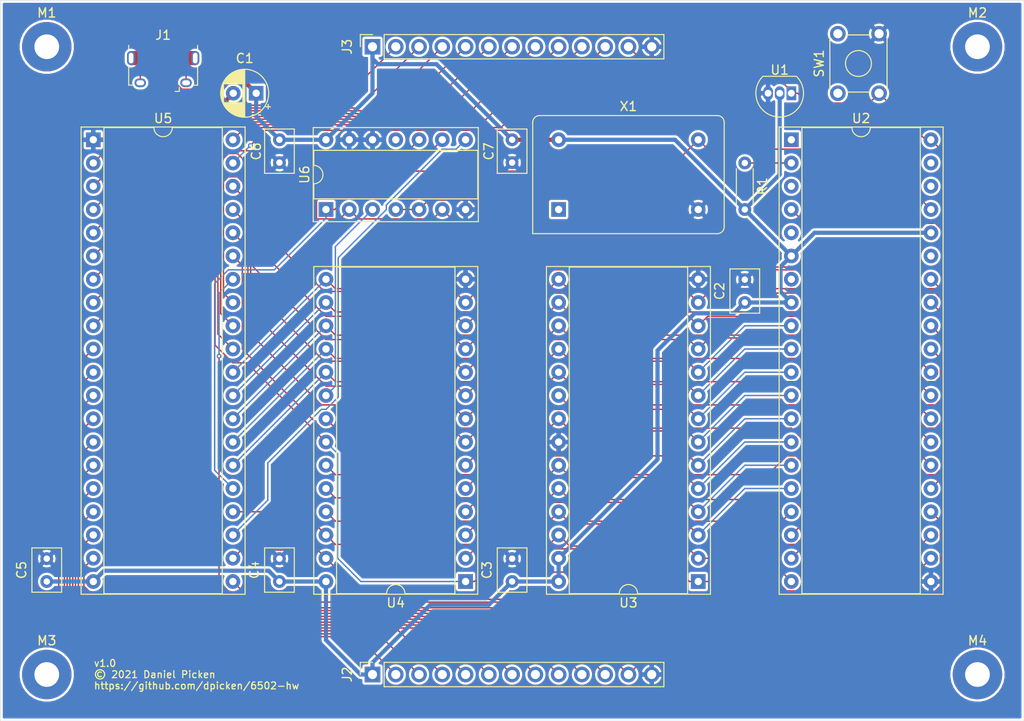
<source format=kicad_pcb>
(kicad_pcb (version 20171130) (host pcbnew 5.1.4+dfsg1-1~bpo10+1)
  (title_block (title "6502 SBC") (date 2021-09-09) (rev 1.0))
  (layers (0 F.Cu signal) (31 B.Cu signal) (36 B.SilkS user) (37 F.SilkS user) (38 B.Mask user) (39 F.Mask user) (44 Edge.Cuts user))
  (net 0 "")
  (net 1 +5V)
  (net 2 "Net-(C1-Pad2)")
  (net 3 GND)
  (net 4 "Net-(J1-Pad2)")
  (net 5 "Net-(J1-Pad3)")
  (net 6 "Net-(J1-Pad4)")
  (net 7 "Net-(J1-Pad6)")
  (net 8 /PB0)
  (net 9 /PB1)
  (net 10 /PB2)
  (net 11 /PB3)
  (net 12 /PB4)
  (net 13 /PB5)
  (net 14 /PB6)
  (net 15 /PB7)
  (net 16 /CB1)
  (net 17 /CB2)
  (net 18 "Net-(J2-Pad12)")
  (net 19 /CA2)
  (net 20 /CA1)
  (net 21 /PA7)
  (net 22 /PA6)
  (net 23 /PA5)
  (net 24 /PA4)
  (net 25 /PA3)
  (net 26 /PA2)
  (net 27 /PA1)
  (net 28 /PA0)
  (net 29 "Net-(R1-Pad1)")
  (net 30 "Net-(SW1-Pad2)")
  (net 31 "Net-(SW1-Pad1)")
  (net 32 /A11)
  (net 33 "Net-(U2-Pad39)")
  (net 34 /A10)
  (net 35 "Net-(U2-Pad38)")
  (net 36 /A9)
  (net 37 "Net-(U2-Pad37)")
  (net 38 /A8)
  (net 39 /A7)
  (net 40 "Net-(U2-Pad35)")
  (net 41 /A6)
  (net 42 "Net-(U2-Pad34)")
  (net 43 /A5)
  (net 44 /D0)
  (net 45 /A4)
  (net 46 /D1)
  (net 47 /A3)
  (net 48 /D2)
  (net 49 /A2)
  (net 50 /D3)
  (net 51 /A1)
  (net 52 /D4)
  (net 53 /A0)
  (net 54 /D5)
  (net 55 /D6)
  (net 56 "Net-(U2-Pad7)")
  (net 57 /D7)
  (net 58 /A15)
  (net 59 "Net-(U2-Pad5)")
  (net 60 /A14)
  (net 61 "Net-(U2-Pad4)")
  (net 62 /A13)
  (net 63 "Net-(U2-Pad3)")
  (net 64 /A12)
  (net 65 "Net-(U2-Pad1)")
  (net 66 "Net-(U3-Pad20)")
  (net 67 "Net-(U4-Pad20)")
  (net 68 "Net-(U5-Pad23)")
  (net 69 "Net-(U6-Pad11)")
  (net 70 "Net-(X1-Pad1)")
  (module mounting_hole:MountingHole_2.7mm_M2.5_Pad (layer F.Cu) (at 198.12 58.42)
    (fp_text reference M2 (at 0 -3.7) (layer F.SilkS))
    (fp_text value M2.5)
    (pad 1 thru_hole circle (at 0 0) (size 5.4 5.4) (drill 2.7) (layers *.Cu *.Mask))
  )
  (module mounting_hole:MountingHole_2.7mm_M2.5_Pad (layer F.Cu) (at 96.52 58.42)
    (fp_text reference M1 (at 0 -3.7) (layer F.SilkS))
    (fp_text value M2.5)
    (pad 1 thru_hole circle (at 0 0) (size 5.4 5.4) (drill 2.7) (layers *.Cu *.Mask))
  )
  (module mounting_hole:MountingHole_2.7mm_M2.5_Pad (layer F.Cu) (at 96.52 127)
    (fp_text reference M3 (at 0 -3.7) (layer F.SilkS))
    (fp_text value M2.5)
    (pad 1 thru_hole circle (at 0 0) (size 5.4 5.4) (drill 2.7) (layers *.Cu *.Mask))
  )
  (module mounting_hole:MountingHole_2.7mm_M2.5_Pad (layer F.Cu) (at 198.12 127)
    (fp_text reference M4 (at 0 -3.7) (layer F.SilkS))
    (fp_text value M2.5)
    (pad 1 thru_hole circle (at 0 0) (size 5.4 5.4) (drill 2.7) (layers *.Cu *.Mask))
  )
  (module dip:DIP-28_W15.24mm_Socket (layer F.Cu) (at 167.64 116.84 180)
    (fp_text reference U3 (at 7.62 -2.33) (layer F.SilkS))
    (fp_text value 28C256)
    (pad 1 thru_hole rect (at 0 0 180) (size 1.6 1.6) (drill 0.8) (layers *.Cu *.Mask) (net 60 /A14))
    (pad 15 thru_hole oval (at 15.24 33.02 180) (size 1.6 1.6) (drill 0.8) (layers *.Cu *.Mask) (net 50 /D3))
    (pad 2 thru_hole oval (at 0 2.54 180) (size 1.6 1.6) (drill 0.8) (layers *.Cu *.Mask) (net 64 /A12))
    (pad 16 thru_hole oval (at 15.24 30.48 180) (size 1.6 1.6) (drill 0.8) (layers *.Cu *.Mask) (net 52 /D4))
    (pad 3 thru_hole oval (at 0 5.08 180) (size 1.6 1.6) (drill 0.8) (layers *.Cu *.Mask) (net 39 /A7))
    (pad 17 thru_hole oval (at 15.24 27.94 180) (size 1.6 1.6) (drill 0.8) (layers *.Cu *.Mask) (net 54 /D5))
    (pad 4 thru_hole oval (at 0 7.62 180) (size 1.6 1.6) (drill 0.8) (layers *.Cu *.Mask) (net 41 /A6))
    (pad 18 thru_hole oval (at 15.24 25.4 180) (size 1.6 1.6) (drill 0.8) (layers *.Cu *.Mask) (net 55 /D6))
    (pad 5 thru_hole oval (at 0 10.16 180) (size 1.6 1.6) (drill 0.8) (layers *.Cu *.Mask) (net 43 /A5))
    (pad 19 thru_hole oval (at 15.24 22.86 180) (size 1.6 1.6) (drill 0.8) (layers *.Cu *.Mask) (net 57 /D7))
    (pad 6 thru_hole oval (at 0 12.7 180) (size 1.6 1.6) (drill 0.8) (layers *.Cu *.Mask) (net 45 /A4))
    (pad 20 thru_hole oval (at 15.24 20.32 180) (size 1.6 1.6) (drill 0.8) (layers *.Cu *.Mask) (net 66 "Net-(U3-Pad20)"))
    (pad 7 thru_hole oval (at 0 15.24 180) (size 1.6 1.6) (drill 0.8) (layers *.Cu *.Mask) (net 47 /A3))
    (pad 21 thru_hole oval (at 15.24 17.78 180) (size 1.6 1.6) (drill 0.8) (layers *.Cu *.Mask) (net 34 /A10))
    (pad 8 thru_hole oval (at 0 17.78 180) (size 1.6 1.6) (drill 0.8) (layers *.Cu *.Mask) (net 49 /A2))
    (pad 22 thru_hole oval (at 15.24 15.24 180) (size 1.6 1.6) (drill 0.8) (layers *.Cu *.Mask) (net 3 GND))
    (pad 9 thru_hole oval (at 0 20.32 180) (size 1.6 1.6) (drill 0.8) (layers *.Cu *.Mask) (net 51 /A1))
    (pad 23 thru_hole oval (at 15.24 12.7 180) (size 1.6 1.6) (drill 0.8) (layers *.Cu *.Mask) (net 32 /A11))
    (pad 10 thru_hole oval (at 0 22.86 180) (size 1.6 1.6) (drill 0.8) (layers *.Cu *.Mask) (net 53 /A0))
    (pad 24 thru_hole oval (at 15.24 10.16 180) (size 1.6 1.6) (drill 0.8) (layers *.Cu *.Mask) (net 36 /A9))
    (pad 11 thru_hole oval (at 0 25.4 180) (size 1.6 1.6) (drill 0.8) (layers *.Cu *.Mask) (net 44 /D0))
    (pad 25 thru_hole oval (at 15.24 7.62 180) (size 1.6 1.6) (drill 0.8) (layers *.Cu *.Mask) (net 38 /A8))
    (pad 12 thru_hole oval (at 0 27.94 180) (size 1.6 1.6) (drill 0.8) (layers *.Cu *.Mask) (net 46 /D1))
    (pad 26 thru_hole oval (at 15.24 5.08 180) (size 1.6 1.6) (drill 0.8) (layers *.Cu *.Mask) (net 62 /A13))
    (pad 13 thru_hole oval (at 0 30.48 180) (size 1.6 1.6) (drill 0.8) (layers *.Cu *.Mask) (net 48 /D2))
    (pad 27 thru_hole oval (at 15.24 2.54 180) (size 1.6 1.6) (drill 0.8) (layers *.Cu *.Mask) (net 1 +5V))
    (pad 14 thru_hole oval (at 0 33.02 180) (size 1.6 1.6) (drill 0.8) (layers *.Cu *.Mask) (net 3 GND))
    (pad 28 thru_hole oval (at 15.24 0 180) (size 1.6 1.6) (drill 0.8) (layers *.Cu *.Mask) (net 1 +5V))
  )
  (module capacitor:CP_Radial_D5.0mm_P2.50mm (layer F.Cu) (at 119.38 63.5 180)
    (fp_text reference C1 (at 1.25 3.81) (layer F.SilkS))
    (fp_text value 100uf)
    (pad 1 thru_hole rect (at 0 0 180) (size 1.6 1.6) (drill 0.8) (layers *.Cu *.Mask) (net 1 +5V))
    (pad 2 thru_hole circle (at 2.5 0 180) (size 1.6 1.6) (drill 0.8) (layers *.Cu *.Mask) (net 2 "Net-(C1-Pad2)"))
  )
  (module capacitor:C_Rect_L4.6mm_W3.0mm_P2.50mm_MKS02_FKP02 (layer F.Cu) (at 172.72 86.36 90)
    (fp_text reference C2 (at 1.25 -2.75 90) (layer F.SilkS))
    (fp_text value 0.1uF)
    (pad 2 thru_hole circle (at 2.5 0 90) (size 1.4 1.4) (drill 0.7) (layers *.Cu *.Mask) (net 3 GND))
    (pad 1 thru_hole circle (at 0 0 90) (size 1.4 1.4) (drill 0.7) (layers *.Cu *.Mask) (net 1 +5V))
  )
  (module capacitor:C_Rect_L4.6mm_W3.0mm_P2.50mm_MKS02_FKP02 (layer F.Cu) (at 147.32 116.84 90)
    (fp_text reference C3 (at 1.25 -2.75 90) (layer F.SilkS))
    (fp_text value 0.1uF)
    (pad 1 thru_hole circle (at 0 0 90) (size 1.4 1.4) (drill 0.7) (layers *.Cu *.Mask) (net 1 +5V))
    (pad 2 thru_hole circle (at 2.5 0 90) (size 1.4 1.4) (drill 0.7) (layers *.Cu *.Mask) (net 3 GND))
  )
  (module capacitor:C_Rect_L4.6mm_W3.0mm_P2.50mm_MKS02_FKP02 (layer F.Cu) (at 121.92 116.84 90)
    (fp_text reference C4 (at 1.25 -2.75 90) (layer F.SilkS))
    (fp_text value 0.1uF)
    (pad 2 thru_hole circle (at 2.5 0 90) (size 1.4 1.4) (drill 0.7) (layers *.Cu *.Mask) (net 3 GND))
    (pad 1 thru_hole circle (at 0 0 90) (size 1.4 1.4) (drill 0.7) (layers *.Cu *.Mask) (net 1 +5V))
  )
  (module capacitor:C_Rect_L4.6mm_W3.0mm_P2.50mm_MKS02_FKP02 (layer F.Cu) (at 96.52 116.84 90)
    (fp_text reference C5 (at 1.25 -2.75 90) (layer F.SilkS))
    (fp_text value 0.1uF)
    (pad 2 thru_hole circle (at 2.5 0 90) (size 1.4 1.4) (drill 0.7) (layers *.Cu *.Mask) (net 3 GND))
    (pad 1 thru_hole circle (at 0 0 90) (size 1.4 1.4) (drill 0.7) (layers *.Cu *.Mask) (net 1 +5V))
  )
  (module capacitor:C_Rect_L4.6mm_W3.0mm_P2.50mm_MKS02_FKP02 (layer F.Cu) (at 121.92 68.58 270)
    (fp_text reference C6 (at 1.27 2.54 90) (layer F.SilkS))
    (fp_text value 0.1uF)
    (pad 2 thru_hole circle (at 2.5 0 270) (size 1.4 1.4) (drill 0.7) (layers *.Cu *.Mask) (net 3 GND))
    (pad 1 thru_hole circle (at 0 0 270) (size 1.4 1.4) (drill 0.7) (layers *.Cu *.Mask) (net 1 +5V))
  )
  (module capacitor:C_Rect_L4.6mm_W3.0mm_P2.50mm_MKS02_FKP02 (layer F.Cu) (at 147.32 68.58 270)
    (fp_text reference C7 (at 1.27 2.54 90) (layer F.SilkS))
    (fp_text value 0.1uF)
    (pad 1 thru_hole circle (at 0 0 270) (size 1.4 1.4) (drill 0.7) (layers *.Cu *.Mask) (net 1 +5V))
    (pad 2 thru_hole circle (at 2.5 0 270) (size 1.4 1.4) (drill 0.7) (layers *.Cu *.Mask) (net 3 GND))
  )
  (module connector_usb:USB_Micro-B_Amphenol_10118194_Horizontal (layer F.Cu) (at 109.225 60.96 180)
    (fp_text reference J1 (at 0 3.81) (layer F.SilkS))
    (fp_text value USB_B_Micro)
    (pad 6 thru_hole oval (at 3.5 1.3 180) (size 0.89 1.55) (drill oval 0.5 1.15) (layers *.Cu *.Mask) (net 7 "Net-(J1-Pad6)"))
    (pad 6 thru_hole oval (at -3.5 1.3 180) (size 0.89 1.55) (drill oval 0.5 1.15) (layers *.Cu *.Mask) (net 7 "Net-(J1-Pad6)"))
    (pad 6 smd rect (at 2.9 1.3 180) (size 1.2 1.55) (layers F.Cu F.Paste F.Mask) (net 7 "Net-(J1-Pad6)"))
    (pad 6 smd rect (at -2.9 1.3 180) (size 1.2 1.55) (layers F.Cu F.Paste F.Mask) (net 7 "Net-(J1-Pad6)"))
    (pad 6 smd rect (at 1 1.3 180) (size 1.5 1.55) (layers F.Cu F.Paste F.Mask) (net 7 "Net-(J1-Pad6)"))
    (pad 6 smd rect (at -1 1.3 180) (size 1.5 1.55) (layers F.Cu F.Paste F.Mask) (net 7 "Net-(J1-Pad6)"))
    (pad 6 thru_hole oval (at 2.5 -1.4 180) (size 1.25 0.95) (drill oval 0.85 0.55) (layers *.Cu *.Mask) (net 7 "Net-(J1-Pad6)"))
    (pad 6 thru_hole oval (at -2.5 -1.4 180) (size 1.25 0.95) (drill oval 0.85 0.55) (layers *.Cu *.Mask) (net 7 "Net-(J1-Pad6)"))
    (pad 5 smd rect (at 1.3 -1.4 180) (size 0.4 1.35) (layers F.Cu F.Paste F.Mask) (net 2 "Net-(C1-Pad2)"))
    (pad 4 smd rect (at 0.65 -1.4 180) (size 0.4 1.35) (layers F.Cu F.Paste F.Mask) (net 6 "Net-(J1-Pad4)"))
    (pad 3 smd rect (at 0 -1.4 180) (size 0.4 1.35) (layers F.Cu F.Paste F.Mask) (net 5 "Net-(J1-Pad3)"))
    (pad 2 smd rect (at -0.65 -1.4 180) (size 0.4 1.35) (layers F.Cu F.Paste F.Mask) (net 4 "Net-(J1-Pad2)"))
    (pad 1 smd rect (at -1.3 -1.4 180) (size 0.4 1.35) (layers F.Cu F.Paste F.Mask) (net 1 +5V))
  )
  (module connector:PinSocket_1x13_P2.54mm_Vertical (layer F.Cu) (at 132.08 127 90)
    (fp_text reference J2 (at 0 -2.77 90) (layer F.SilkS))
    (fp_text value PB)
    (pad 1 thru_hole rect (at 0 0 90) (size 1.7 1.7) (drill 1) (layers *.Cu *.Mask) (net 1 +5V))
    (pad 2 thru_hole oval (at 0 2.54 90) (size 1.7 1.7) (drill 1) (layers *.Cu *.Mask) (net 8 /PB0))
    (pad 3 thru_hole oval (at 0 5.08 90) (size 1.7 1.7) (drill 1) (layers *.Cu *.Mask) (net 9 /PB1))
    (pad 4 thru_hole oval (at 0 7.62 90) (size 1.7 1.7) (drill 1) (layers *.Cu *.Mask) (net 10 /PB2))
    (pad 5 thru_hole oval (at 0 10.16 90) (size 1.7 1.7) (drill 1) (layers *.Cu *.Mask) (net 11 /PB3))
    (pad 6 thru_hole oval (at 0 12.7 90) (size 1.7 1.7) (drill 1) (layers *.Cu *.Mask) (net 12 /PB4))
    (pad 7 thru_hole oval (at 0 15.24 90) (size 1.7 1.7) (drill 1) (layers *.Cu *.Mask) (net 13 /PB5))
    (pad 8 thru_hole oval (at 0 17.78 90) (size 1.7 1.7) (drill 1) (layers *.Cu *.Mask) (net 14 /PB6))
    (pad 9 thru_hole oval (at 0 20.32 90) (size 1.7 1.7) (drill 1) (layers *.Cu *.Mask) (net 15 /PB7))
    (pad 10 thru_hole oval (at 0 22.86 90) (size 1.7 1.7) (drill 1) (layers *.Cu *.Mask) (net 16 /CB1))
    (pad 11 thru_hole oval (at 0 25.4 90) (size 1.7 1.7) (drill 1) (layers *.Cu *.Mask) (net 17 /CB2))
    (pad 12 thru_hole oval (at 0 27.94 90) (size 1.7 1.7) (drill 1) (layers *.Cu *.Mask) (net 18 "Net-(J2-Pad12)"))
    (pad 13 thru_hole oval (at 0 30.48 90) (size 1.7 1.7) (drill 1) (layers *.Cu *.Mask) (net 3 GND))
  )
  (module connector:PinSocket_1x13_P2.54mm_Vertical (layer F.Cu) (at 132.08 58.42 90)
    (fp_text reference J3 (at 0 -2.77 90) (layer F.SilkS))
    (fp_text value PA)
    (pad 13 thru_hole oval (at 0 30.48 90) (size 1.7 1.7) (drill 1) (layers *.Cu *.Mask) (net 3 GND))
    (pad 12 thru_hole oval (at 0 27.94 90) (size 1.7 1.7) (drill 1) (layers *.Cu *.Mask) (net 18 "Net-(J2-Pad12)"))
    (pad 11 thru_hole oval (at 0 25.4 90) (size 1.7 1.7) (drill 1) (layers *.Cu *.Mask) (net 19 /CA2))
    (pad 10 thru_hole oval (at 0 22.86 90) (size 1.7 1.7) (drill 1) (layers *.Cu *.Mask) (net 20 /CA1))
    (pad 9 thru_hole oval (at 0 20.32 90) (size 1.7 1.7) (drill 1) (layers *.Cu *.Mask) (net 21 /PA7))
    (pad 8 thru_hole oval (at 0 17.78 90) (size 1.7 1.7) (drill 1) (layers *.Cu *.Mask) (net 22 /PA6))
    (pad 7 thru_hole oval (at 0 15.24 90) (size 1.7 1.7) (drill 1) (layers *.Cu *.Mask) (net 23 /PA5))
    (pad 6 thru_hole oval (at 0 12.7 90) (size 1.7 1.7) (drill 1) (layers *.Cu *.Mask) (net 24 /PA4))
    (pad 5 thru_hole oval (at 0 10.16 90) (size 1.7 1.7) (drill 1) (layers *.Cu *.Mask) (net 25 /PA3))
    (pad 4 thru_hole oval (at 0 7.62 90) (size 1.7 1.7) (drill 1) (layers *.Cu *.Mask) (net 26 /PA2))
    (pad 3 thru_hole oval (at 0 5.08 90) (size 1.7 1.7) (drill 1) (layers *.Cu *.Mask) (net 27 /PA1))
    (pad 2 thru_hole oval (at 0 2.54 90) (size 1.7 1.7) (drill 1) (layers *.Cu *.Mask) (net 28 /PA0))
    (pad 1 thru_hole rect (at 0 0 90) (size 1.7 1.7) (drill 1) (layers *.Cu *.Mask) (net 1 +5V))
  )
  (module resistor:R_Axial_DIN0204_L3.6mm_D1.6mm_P5.08mm_Horizontal (layer F.Cu) (at 172.72 71.12 270)
    (fp_text reference R1 (at 2.54 -1.92 90) (layer F.SilkS))
    (fp_text value 1K)
    (pad 1 thru_hole circle (at 0 0 270) (size 1.4 1.4) (drill 0.7) (layers *.Cu *.Mask) (net 29 "Net-(R1-Pad1)"))
    (pad 2 thru_hole oval (at 5.08 0 270) (size 1.4 1.4) (drill 0.7) (layers *.Cu *.Mask) (net 1 +5V))
  )
  (module switch:SW_TH_Tactile_Omron_B3F-10xx (layer F.Cu) (at 182.88 63.5 90)
    (fp_text reference SW1 (at 3.25 -2.05 90) (layer F.SilkS))
    (fp_text value RESET)
    (pad 1 thru_hole circle (at 0 0 90) (size 1.7 1.7) (drill 1) (layers *.Cu *.Mask) (net 31 "Net-(SW1-Pad1)"))
    (pad 2 thru_hole circle (at 6.5 0 90) (size 1.7 1.7) (drill 1) (layers *.Cu *.Mask) (net 30 "Net-(SW1-Pad2)"))
    (pad 3 thru_hole circle (at 0 4.5 90) (size 1.7 1.7) (drill 1) (layers *.Cu *.Mask) (net 18 "Net-(J2-Pad12)"))
    (pad 4 thru_hole circle (at 6.5 4.5 90) (size 1.7 1.7) (drill 1) (layers *.Cu *.Mask) (net 3 GND))
  )
  (module to_sot:TO-92_Inline (layer F.Cu) (at 177.8 63.5 180)
    (fp_text reference U1 (at 1.27 2.54) (layer F.SilkS))
    (fp_text value DS1813)
    (pad 1 thru_hole rect (at 0 0 180) (size 1.05 1.5) (drill 0.75) (layers *.Cu *.Mask) (net 18 "Net-(J2-Pad12)"))
    (pad 3 thru_hole oval (at 2.54 0 180) (size 1.05 1.5) (drill 0.75) (layers *.Cu *.Mask) (net 3 GND))
    (pad 2 thru_hole oval (at 1.27 0 180) (size 1.05 1.5) (drill 0.75) (layers *.Cu *.Mask) (net 1 +5V))
  )
  (module dip:DIP-40_W15.24mm_Socket (layer F.Cu) (at 177.8 68.58)
    (fp_text reference U2 (at 7.62 -2.33) (layer F.SilkS))
    (fp_text value WD65C02)
    (pad 40 thru_hole oval (at 15.24 0) (size 1.6 1.6) (drill 0.8) (layers *.Cu *.Mask) (net 18 "Net-(J2-Pad12)"))
    (pad 20 thru_hole oval (at 0 48.26) (size 1.6 1.6) (drill 0.8) (layers *.Cu *.Mask) (net 32 /A11))
    (pad 39 thru_hole oval (at 15.24 2.54) (size 1.6 1.6) (drill 0.8) (layers *.Cu *.Mask) (net 33 "Net-(U2-Pad39)"))
    (pad 19 thru_hole oval (at 0 45.72) (size 1.6 1.6) (drill 0.8) (layers *.Cu *.Mask) (net 34 /A10))
    (pad 38 thru_hole oval (at 15.24 5.08) (size 1.6 1.6) (drill 0.8) (layers *.Cu *.Mask) (net 35 "Net-(U2-Pad38)"))
    (pad 18 thru_hole oval (at 0 43.18) (size 1.6 1.6) (drill 0.8) (layers *.Cu *.Mask) (net 36 /A9))
    (pad 37 thru_hole oval (at 15.24 7.62) (size 1.6 1.6) (drill 0.8) (layers *.Cu *.Mask) (net 37 "Net-(U2-Pad37)"))
    (pad 17 thru_hole oval (at 0 40.64) (size 1.6 1.6) (drill 0.8) (layers *.Cu *.Mask) (net 38 /A8))
    (pad 36 thru_hole oval (at 15.24 10.16) (size 1.6 1.6) (drill 0.8) (layers *.Cu *.Mask) (net 1 +5V))
    (pad 16 thru_hole oval (at 0 38.1) (size 1.6 1.6) (drill 0.8) (layers *.Cu *.Mask) (net 39 /A7))
    (pad 35 thru_hole oval (at 15.24 12.7) (size 1.6 1.6) (drill 0.8) (layers *.Cu *.Mask) (net 40 "Net-(U2-Pad35)"))
    (pad 15 thru_hole oval (at 0 35.56) (size 1.6 1.6) (drill 0.8) (layers *.Cu *.Mask) (net 41 /A6))
    (pad 34 thru_hole oval (at 15.24 15.24) (size 1.6 1.6) (drill 0.8) (layers *.Cu *.Mask) (net 42 "Net-(U2-Pad34)"))
    (pad 14 thru_hole oval (at 0 33.02) (size 1.6 1.6) (drill 0.8) (layers *.Cu *.Mask) (net 43 /A5))
    (pad 33 thru_hole oval (at 15.24 17.78) (size 1.6 1.6) (drill 0.8) (layers *.Cu *.Mask) (net 44 /D0))
    (pad 13 thru_hole oval (at 0 30.48) (size 1.6 1.6) (drill 0.8) (layers *.Cu *.Mask) (net 45 /A4))
    (pad 32 thru_hole oval (at 15.24 20.32) (size 1.6 1.6) (drill 0.8) (layers *.Cu *.Mask) (net 46 /D1))
    (pad 12 thru_hole oval (at 0 27.94) (size 1.6 1.6) (drill 0.8) (layers *.Cu *.Mask) (net 47 /A3))
    (pad 31 thru_hole oval (at 15.24 22.86) (size 1.6 1.6) (drill 0.8) (layers *.Cu *.Mask) (net 48 /D2))
    (pad 11 thru_hole oval (at 0 25.4) (size 1.6 1.6) (drill 0.8) (layers *.Cu *.Mask) (net 49 /A2))
    (pad 30 thru_hole oval (at 15.24 25.4) (size 1.6 1.6) (drill 0.8) (layers *.Cu *.Mask) (net 50 /D3))
    (pad 10 thru_hole oval (at 0 22.86) (size 1.6 1.6) (drill 0.8) (layers *.Cu *.Mask) (net 51 /A1))
    (pad 29 thru_hole oval (at 15.24 27.94) (size 1.6 1.6) (drill 0.8) (layers *.Cu *.Mask) (net 52 /D4))
    (pad 9 thru_hole oval (at 0 20.32) (size 1.6 1.6) (drill 0.8) (layers *.Cu *.Mask) (net 53 /A0))
    (pad 28 thru_hole oval (at 15.24 30.48) (size 1.6 1.6) (drill 0.8) (layers *.Cu *.Mask) (net 54 /D5))
    (pad 8 thru_hole oval (at 0 17.78) (size 1.6 1.6) (drill 0.8) (layers *.Cu *.Mask) (net 1 +5V))
    (pad 27 thru_hole oval (at 15.24 33.02) (size 1.6 1.6) (drill 0.8) (layers *.Cu *.Mask) (net 55 /D6))
    (pad 7 thru_hole oval (at 0 15.24) (size 1.6 1.6) (drill 0.8) (layers *.Cu *.Mask) (net 56 "Net-(U2-Pad7)"))
    (pad 26 thru_hole oval (at 15.24 35.56) (size 1.6 1.6) (drill 0.8) (layers *.Cu *.Mask) (net 57 /D7))
    (pad 6 thru_hole oval (at 0 12.7) (size 1.6 1.6) (drill 0.8) (layers *.Cu *.Mask) (net 1 +5V))
    (pad 25 thru_hole oval (at 15.24 38.1) (size 1.6 1.6) (drill 0.8) (layers *.Cu *.Mask) (net 58 /A15))
    (pad 5 thru_hole oval (at 0 10.16) (size 1.6 1.6) (drill 0.8) (layers *.Cu *.Mask) (net 59 "Net-(U2-Pad5)"))
    (pad 24 thru_hole oval (at 15.24 40.64) (size 1.6 1.6) (drill 0.8) (layers *.Cu *.Mask) (net 60 /A14))
    (pad 4 thru_hole oval (at 0 7.62) (size 1.6 1.6) (drill 0.8) (layers *.Cu *.Mask) (net 61 "Net-(U2-Pad4)"))
    (pad 23 thru_hole oval (at 15.24 43.18) (size 1.6 1.6) (drill 0.8) (layers *.Cu *.Mask) (net 62 /A13))
    (pad 3 thru_hole oval (at 0 5.08) (size 1.6 1.6) (drill 0.8) (layers *.Cu *.Mask) (net 63 "Net-(U2-Pad3)"))
    (pad 22 thru_hole oval (at 15.24 45.72) (size 1.6 1.6) (drill 0.8) (layers *.Cu *.Mask) (net 64 /A12))
    (pad 2 thru_hole oval (at 0 2.54) (size 1.6 1.6) (drill 0.8) (layers *.Cu *.Mask) (net 29 "Net-(R1-Pad1)"))
    (pad 21 thru_hole oval (at 15.24 48.26) (size 1.6 1.6) (drill 0.8) (layers *.Cu *.Mask) (net 3 GND))
    (pad 1 thru_hole rect (at 0 0) (size 1.6 1.6) (drill 0.8) (layers *.Cu *.Mask) (net 65 "Net-(U2-Pad1)"))
  )
  (module dip:DIP-28_W15.24mm_Socket (layer F.Cu) (at 142.24 116.84 180)
    (fp_text reference U4 (at 7.62 -2.33) (layer F.SilkS))
    (fp_text value HM62256BLP)
    (pad 28 thru_hole oval (at 15.24 0 180) (size 1.6 1.6) (drill 0.8) (layers *.Cu *.Mask) (net 1 +5V))
    (pad 14 thru_hole oval (at 0 33.02 180) (size 1.6 1.6) (drill 0.8) (layers *.Cu *.Mask) (net 3 GND))
    (pad 27 thru_hole oval (at 15.24 2.54 180) (size 1.6 1.6) (drill 0.8) (layers *.Cu *.Mask) (net 42 "Net-(U2-Pad34)"))
    (pad 13 thru_hole oval (at 0 30.48 180) (size 1.6 1.6) (drill 0.8) (layers *.Cu *.Mask) (net 48 /D2))
    (pad 26 thru_hole oval (at 15.24 5.08 180) (size 1.6 1.6) (drill 0.8) (layers *.Cu *.Mask) (net 62 /A13))
    (pad 12 thru_hole oval (at 0 27.94 180) (size 1.6 1.6) (drill 0.8) (layers *.Cu *.Mask) (net 46 /D1))
    (pad 25 thru_hole oval (at 15.24 7.62 180) (size 1.6 1.6) (drill 0.8) (layers *.Cu *.Mask) (net 38 /A8))
    (pad 11 thru_hole oval (at 0 25.4 180) (size 1.6 1.6) (drill 0.8) (layers *.Cu *.Mask) (net 44 /D0))
    (pad 24 thru_hole oval (at 15.24 10.16 180) (size 1.6 1.6) (drill 0.8) (layers *.Cu *.Mask) (net 36 /A9))
    (pad 10 thru_hole oval (at 0 22.86 180) (size 1.6 1.6) (drill 0.8) (layers *.Cu *.Mask) (net 53 /A0))
    (pad 23 thru_hole oval (at 15.24 12.7 180) (size 1.6 1.6) (drill 0.8) (layers *.Cu *.Mask) (net 32 /A11))
    (pad 9 thru_hole oval (at 0 20.32 180) (size 1.6 1.6) (drill 0.8) (layers *.Cu *.Mask) (net 51 /A1))
    (pad 22 thru_hole oval (at 15.24 15.24 180) (size 1.6 1.6) (drill 0.8) (layers *.Cu *.Mask) (net 60 /A14))
    (pad 8 thru_hole oval (at 0 17.78 180) (size 1.6 1.6) (drill 0.8) (layers *.Cu *.Mask) (net 49 /A2))
    (pad 21 thru_hole oval (at 15.24 17.78 180) (size 1.6 1.6) (drill 0.8) (layers *.Cu *.Mask) (net 34 /A10))
    (pad 7 thru_hole oval (at 0 15.24 180) (size 1.6 1.6) (drill 0.8) (layers *.Cu *.Mask) (net 47 /A3))
    (pad 20 thru_hole oval (at 15.24 20.32 180) (size 1.6 1.6) (drill 0.8) (layers *.Cu *.Mask) (net 67 "Net-(U4-Pad20)"))
    (pad 6 thru_hole oval (at 0 12.7 180) (size 1.6 1.6) (drill 0.8) (layers *.Cu *.Mask) (net 45 /A4))
    (pad 19 thru_hole oval (at 15.24 22.86 180) (size 1.6 1.6) (drill 0.8) (layers *.Cu *.Mask) (net 57 /D7))
    (pad 5 thru_hole oval (at 0 10.16 180) (size 1.6 1.6) (drill 0.8) (layers *.Cu *.Mask) (net 43 /A5))
    (pad 18 thru_hole oval (at 15.24 25.4 180) (size 1.6 1.6) (drill 0.8) (layers *.Cu *.Mask) (net 55 /D6))
    (pad 4 thru_hole oval (at 0 7.62 180) (size 1.6 1.6) (drill 0.8) (layers *.Cu *.Mask) (net 41 /A6))
    (pad 17 thru_hole oval (at 15.24 27.94 180) (size 1.6 1.6) (drill 0.8) (layers *.Cu *.Mask) (net 54 /D5))
    (pad 3 thru_hole oval (at 0 5.08 180) (size 1.6 1.6) (drill 0.8) (layers *.Cu *.Mask) (net 39 /A7))
    (pad 16 thru_hole oval (at 15.24 30.48 180) (size 1.6 1.6) (drill 0.8) (layers *.Cu *.Mask) (net 52 /D4))
    (pad 2 thru_hole oval (at 0 2.54 180) (size 1.6 1.6) (drill 0.8) (layers *.Cu *.Mask) (net 64 /A12))
    (pad 15 thru_hole oval (at 15.24 33.02 180) (size 1.6 1.6) (drill 0.8) (layers *.Cu *.Mask) (net 50 /D3))
    (pad 1 thru_hole rect (at 0 0 180) (size 1.6 1.6) (drill 0.8) (layers *.Cu *.Mask) (net 60 /A14))
  )
  (module dip:DIP-40_W15.24mm_Socket (layer F.Cu) (at 101.6 68.58)
    (fp_text reference U5 (at 7.62 -2.33) (layer F.SilkS))
    (fp_text value WD65C22)
    (pad 1 thru_hole rect (at 0 0) (size 1.6 1.6) (drill 0.8) (layers *.Cu *.Mask) (net 3 GND))
    (pad 21 thru_hole oval (at 15.24 48.26) (size 1.6 1.6) (drill 0.8) (layers *.Cu *.Mask) (net 61 "Net-(U2-Pad4)"))
    (pad 2 thru_hole oval (at 0 2.54) (size 1.6 1.6) (drill 0.8) (layers *.Cu *.Mask) (net 28 /PA0))
    (pad 22 thru_hole oval (at 15.24 45.72) (size 1.6 1.6) (drill 0.8) (layers *.Cu *.Mask) (net 42 "Net-(U2-Pad34)"))
    (pad 3 thru_hole oval (at 0 5.08) (size 1.6 1.6) (drill 0.8) (layers *.Cu *.Mask) (net 27 /PA1))
    (pad 23 thru_hole oval (at 15.24 43.18) (size 1.6 1.6) (drill 0.8) (layers *.Cu *.Mask) (net 68 "Net-(U5-Pad23)"))
    (pad 4 thru_hole oval (at 0 7.62) (size 1.6 1.6) (drill 0.8) (layers *.Cu *.Mask) (net 26 /PA2))
    (pad 24 thru_hole oval (at 15.24 40.64) (size 1.6 1.6) (drill 0.8) (layers *.Cu *.Mask) (net 62 /A13))
    (pad 5 thru_hole oval (at 0 10.16) (size 1.6 1.6) (drill 0.8) (layers *.Cu *.Mask) (net 25 /PA3))
    (pad 25 thru_hole oval (at 15.24 38.1) (size 1.6 1.6) (drill 0.8) (layers *.Cu *.Mask) (net 37 "Net-(U2-Pad37)"))
    (pad 6 thru_hole oval (at 0 12.7) (size 1.6 1.6) (drill 0.8) (layers *.Cu *.Mask) (net 24 /PA4))
    (pad 26 thru_hole oval (at 15.24 35.56) (size 1.6 1.6) (drill 0.8) (layers *.Cu *.Mask) (net 57 /D7))
    (pad 7 thru_hole oval (at 0 15.24) (size 1.6 1.6) (drill 0.8) (layers *.Cu *.Mask) (net 23 /PA5))
    (pad 27 thru_hole oval (at 15.24 33.02) (size 1.6 1.6) (drill 0.8) (layers *.Cu *.Mask) (net 55 /D6))
    (pad 8 thru_hole oval (at 0 17.78) (size 1.6 1.6) (drill 0.8) (layers *.Cu *.Mask) (net 22 /PA6))
    (pad 28 thru_hole oval (at 15.24 30.48) (size 1.6 1.6) (drill 0.8) (layers *.Cu *.Mask) (net 54 /D5))
    (pad 9 thru_hole oval (at 0 20.32) (size 1.6 1.6) (drill 0.8) (layers *.Cu *.Mask) (net 21 /PA7))
    (pad 29 thru_hole oval (at 15.24 27.94) (size 1.6 1.6) (drill 0.8) (layers *.Cu *.Mask) (net 52 /D4))
    (pad 10 thru_hole oval (at 0 22.86) (size 1.6 1.6) (drill 0.8) (layers *.Cu *.Mask) (net 8 /PB0))
    (pad 30 thru_hole oval (at 15.24 25.4) (size 1.6 1.6) (drill 0.8) (layers *.Cu *.Mask) (net 50 /D3))
    (pad 11 thru_hole oval (at 0 25.4) (size 1.6 1.6) (drill 0.8) (layers *.Cu *.Mask) (net 9 /PB1))
    (pad 31 thru_hole oval (at 15.24 22.86) (size 1.6 1.6) (drill 0.8) (layers *.Cu *.Mask) (net 48 /D2))
    (pad 12 thru_hole oval (at 0 27.94) (size 1.6 1.6) (drill 0.8) (layers *.Cu *.Mask) (net 10 /PB2))
    (pad 32 thru_hole oval (at 15.24 20.32) (size 1.6 1.6) (drill 0.8) (layers *.Cu *.Mask) (net 46 /D1))
    (pad 13 thru_hole oval (at 0 30.48) (size 1.6 1.6) (drill 0.8) (layers *.Cu *.Mask) (net 11 /PB3))
    (pad 33 thru_hole oval (at 15.24 17.78) (size 1.6 1.6) (drill 0.8) (layers *.Cu *.Mask) (net 44 /D0))
    (pad 14 thru_hole oval (at 0 33.02) (size 1.6 1.6) (drill 0.8) (layers *.Cu *.Mask) (net 12 /PB4))
    (pad 34 thru_hole oval (at 15.24 15.24) (size 1.6 1.6) (drill 0.8) (layers *.Cu *.Mask) (net 18 "Net-(J2-Pad12)"))
    (pad 15 thru_hole oval (at 0 35.56) (size 1.6 1.6) (drill 0.8) (layers *.Cu *.Mask) (net 13 /PB5))
    (pad 35 thru_hole oval (at 15.24 12.7) (size 1.6 1.6) (drill 0.8) (layers *.Cu *.Mask) (net 47 /A3))
    (pad 16 thru_hole oval (at 0 38.1) (size 1.6 1.6) (drill 0.8) (layers *.Cu *.Mask) (net 14 /PB6))
    (pad 36 thru_hole oval (at 15.24 10.16) (size 1.6 1.6) (drill 0.8) (layers *.Cu *.Mask) (net 49 /A2))
    (pad 17 thru_hole oval (at 0 40.64) (size 1.6 1.6) (drill 0.8) (layers *.Cu *.Mask) (net 15 /PB7))
    (pad 37 thru_hole oval (at 15.24 7.62) (size 1.6 1.6) (drill 0.8) (layers *.Cu *.Mask) (net 51 /A1))
    (pad 18 thru_hole oval (at 0 43.18) (size 1.6 1.6) (drill 0.8) (layers *.Cu *.Mask) (net 16 /CB1))
    (pad 38 thru_hole oval (at 15.24 5.08) (size 1.6 1.6) (drill 0.8) (layers *.Cu *.Mask) (net 53 /A0))
    (pad 19 thru_hole oval (at 0 45.72) (size 1.6 1.6) (drill 0.8) (layers *.Cu *.Mask) (net 17 /CB2))
    (pad 39 thru_hole oval (at 15.24 2.54) (size 1.6 1.6) (drill 0.8) (layers *.Cu *.Mask) (net 19 /CA2))
    (pad 20 thru_hole oval (at 0 48.26) (size 1.6 1.6) (drill 0.8) (layers *.Cu *.Mask) (net 1 +5V))
    (pad 40 thru_hole oval (at 15.24 0) (size 1.6 1.6) (drill 0.8) (layers *.Cu *.Mask) (net 20 /CA1))
  )
  (module dip:DIP-14_W7.62mm_Socket (layer F.Cu) (at 127 76.2 90)
    (fp_text reference U6 (at 3.81 -2.33 90) (layer F.SilkS))
    (fp_text value 7400)
    (pad 14 thru_hole oval (at 7.62 0 90) (size 1.6 1.6) (drill 0.8) (layers *.Cu *.Mask) (net 1 +5V))
    (pad 7 thru_hole oval (at 0 15.24 90) (size 1.6 1.6) (drill 0.8) (layers *.Cu *.Mask) (net 3 GND))
    (pad 13 thru_hole oval (at 7.62 2.54 90) (size 1.6 1.6) (drill 0.8) (layers *.Cu *.Mask) (net 3 GND))
    (pad 6 thru_hole oval (at 0 12.7 90) (size 1.6 1.6) (drill 0.8) (layers *.Cu *.Mask) (net 66 "Net-(U3-Pad20)"))
    (pad 12 thru_hole oval (at 7.62 5.08 90) (size 1.6 1.6) (drill 0.8) (layers *.Cu *.Mask) (net 3 GND))
    (pad 5 thru_hole oval (at 0 10.16 90) (size 1.6 1.6) (drill 0.8) (layers *.Cu *.Mask) (net 58 /A15))
    (pad 11 thru_hole oval (at 7.62 7.62 90) (size 1.6 1.6) (drill 0.8) (layers *.Cu *.Mask) (net 69 "Net-(U6-Pad11)"))
    (pad 4 thru_hole oval (at 0 7.62 90) (size 1.6 1.6) (drill 0.8) (layers *.Cu *.Mask) (net 58 /A15))
    (pad 10 thru_hole oval (at 7.62 10.16 90) (size 1.6 1.6) (drill 0.8) (layers *.Cu *.Mask) (net 60 /A14))
    (pad 3 thru_hole oval (at 0 5.08 90) (size 1.6 1.6) (drill 0.8) (layers *.Cu *.Mask) (net 67 "Net-(U4-Pad20)"))
    (pad 9 thru_hole oval (at 7.62 12.7 90) (size 1.6 1.6) (drill 0.8) (layers *.Cu *.Mask) (net 66 "Net-(U3-Pad20)"))
    (pad 2 thru_hole oval (at 0 2.54 90) (size 1.6 1.6) (drill 0.8) (layers *.Cu *.Mask) (net 66 "Net-(U3-Pad20)"))
    (pad 8 thru_hole oval (at 7.62 15.24 90) (size 1.6 1.6) (drill 0.8) (layers *.Cu *.Mask) (net 68 "Net-(U5-Pad23)"))
    (pad 1 thru_hole rect (at 0 0 90) (size 1.6 1.6) (drill 0.8) (layers *.Cu *.Mask) (net 37 "Net-(U2-Pad37)"))
  )
  (module oscillator:Oscillator_DIP-14 (layer F.Cu) (at 152.4 76.2)
    (fp_text reference X1 (at 7.62 -11.26) (layer F.SilkS))
    (fp_text value CXO_DIP14)
    (pad 1 thru_hole rect (at 0 0) (size 1.6 1.6) (drill 0.8) (layers *.Cu *.Mask) (net 70 "Net-(X1-Pad1)"))
    (pad 14 thru_hole circle (at 0 -7.62) (size 1.6 1.6) (drill 0.8) (layers *.Cu *.Mask) (net 1 +5V))
    (pad 8 thru_hole circle (at 15.24 -7.62) (size 1.6 1.6) (drill 0.8) (layers *.Cu *.Mask) (net 37 "Net-(U2-Pad37)"))
    (pad 7 thru_hole circle (at 15.24 0) (size 1.6 1.6) (drill 0.8) (layers *.Cu *.Mask) (net 3 GND))
  )
  (gr_line (start 91.44 53.34) (end 91.44 132.08) (layer Edge.Cuts) (width 0.05))
  (gr_line (start 203.2 53.34) (end 91.44 53.34) (layer Edge.Cuts) (width 0.05))
  (gr_line (start 203.2 132.08) (end 203.2 53.34) (layer Edge.Cuts) (width 0.05))
  (gr_line (start 91.44 132.08) (end 203.2 132.08) (layer Edge.Cuts) (width 0.05))
  (gr_text "v1.0\n© 2021 Daniel Picken\nhttps://github.com/dpicken/6502-hw" (at 101.6 127) (layer F.SilkS) (effects (font (size 0.762 0.762) (thickness 0.127)) (justify left)))
  (segment (start 121.92 116.84) (end 127 116.84) (width 0.4572) (layer B.Cu) (net 1))
  (segment (start 102.399999 116.040001) (end 101.6 116.84) (width 0.4572) (layer B.Cu) (net 1))
  (segment (start 102.781001 115.658999) (end 102.399999 116.040001) (width 0.4572) (layer B.Cu) (net 1))
  (segment (start 120.738999 115.658999) (end 102.781001 115.658999) (width 0.4572) (layer B.Cu) (net 1))
  (segment (start 121.92 116.84) (end 120.738999 115.658999) (width 0.4572) (layer B.Cu) (net 1))
  (segment (start 96.52 116.84) (end 101.6 116.84) (width 0.4572) (layer B.Cu) (net 1))
  (segment (start 130.7728 127) (end 132.08 127) (width 0.4572) (layer B.Cu) (net 1))
  (segment (start 127 123.2272) (end 130.7728 127) (width 0.4572) (layer B.Cu) (net 1))
  (segment (start 127 116.84) (end 127 123.2272) (width 0.4572) (layer B.Cu) (net 1))
  (segment (start 132.08 125.6928) (end 132.08 127) (width 0.4572) (layer B.Cu) (net 1))
  (segment (start 138.3928 119.38) (end 132.08 125.6928) (width 0.4572) (layer B.Cu) (net 1))
  (segment (start 144.78 119.38) (end 138.3928 119.38) (width 0.4572) (layer B.Cu) (net 1))
  (segment (start 147.32 116.84) (end 144.78 119.38) (width 0.4572) (layer B.Cu) (net 1))
  (segment (start 147.32 116.84) (end 152.4 116.84) (width 0.4572) (layer B.Cu) (net 1))
  (segment (start 152.4 116.84) (end 152.4 114.3) (width 0.4572) (layer B.Cu) (net 1))
  (segment (start 172.020001 87.059999) (end 172.72 86.36) (width 0.4572) (layer B.Cu) (net 1))
  (segment (start 171.538999 87.541001) (end 172.020001 87.059999) (width 0.4572) (layer B.Cu) (net 1))
  (segment (start 167.251117 87.541001) (end 171.538999 87.541001) (width 0.4572) (layer B.Cu) (net 1))
  (segment (start 163.195 91.597118) (end 167.251117 87.541001) (width 0.4572) (layer B.Cu) (net 1))
  (segment (start 163.195 103.505) (end 163.195 91.597118) (width 0.4572) (layer B.Cu) (net 1))
  (segment (start 152.4 114.3) (end 163.195 103.505) (width 0.4572) (layer B.Cu) (net 1))
  (segment (start 172.72 86.36) (end 177.8 86.36) (width 0.4572) (layer B.Cu) (net 1))
  (segment (start 176.618999 82.461001) (end 177.000001 82.079999) (width 0.4572) (layer B.Cu) (net 1))
  (segment (start 176.618999 85.178999) (end 176.618999 82.461001) (width 0.4572) (layer B.Cu) (net 1))
  (segment (start 177.000001 82.079999) (end 177.8 81.28) (width 0.4572) (layer B.Cu) (net 1))
  (segment (start 177.8 86.36) (end 176.618999 85.178999) (width 0.4572) (layer B.Cu) (net 1))
  (segment (start 180.34 78.74) (end 177.8 81.28) (width 0.4572) (layer B.Cu) (net 1))
  (segment (start 193.04 78.74) (end 180.34 78.74) (width 0.4572) (layer B.Cu) (net 1))
  (segment (start 172.72 76.2) (end 177.8 81.28) (width 0.4572) (layer B.Cu) (net 1))
  (segment (start 176.53 72.39) (end 176.53 63.5) (width 0.4572) (layer B.Cu) (net 1))
  (segment (start 172.72 76.2) (end 176.53 72.39) (width 0.4572) (layer B.Cu) (net 1))
  (segment (start 132.08 59.7272) (end 132.08 58.42) (width 0.4572) (layer B.Cu) (net 1))
  (segment (start 132.6778 60.325) (end 132.08 59.7272) (width 0.4572) (layer B.Cu) (net 1))
  (segment (start 139.065 60.325) (end 132.6778 60.325) (width 0.4572) (layer B.Cu) (net 1))
  (segment (start 147.32 68.58) (end 139.065 60.325) (width 0.4572) (layer B.Cu) (net 1))
  (segment (start 132.08 63.5) (end 127 68.58) (width 0.4572) (layer B.Cu) (net 1))
  (segment (start 132.08 58.42) (end 132.08 63.5) (width 0.4572) (layer B.Cu) (net 1))
  (segment (start 127 68.58) (end 121.92 68.58) (width 0.4572) (layer B.Cu) (net 1))
  (segment (start 119.38 66.04) (end 121.92 68.58) (width 0.4572) (layer B.Cu) (net 1))
  (segment (start 119.38 63.5) (end 119.38 66.04) (width 0.4572) (layer B.Cu) (net 1))
  (segment (start 118.198999 62.318999) (end 119.38 63.5) (width 0.4572) (layer F.Cu) (net 1))
  (segment (start 116.313119 62.318999) (end 118.198999 62.318999) (width 0.4572) (layer F.Cu) (net 1))
  (segment (start 115.416108 63.21601) (end 116.313119 62.318999) (width 0.4572) (layer F.Cu) (net 1))
  (segment (start 111.22043 63.21601) (end 115.416108 63.21601) (width 0.4572) (layer F.Cu) (net 1))
  (segment (start 110.525 62.52058) (end 111.22043 63.21601) (width 0.4572) (layer F.Cu) (net 1))
  (segment (start 110.525 62.36) (end 110.525 62.52058) (width 0.4572) (layer F.Cu) (net 1))
  (segment (start 147.32 68.58) (end 152.4 68.58) (width 0.4572) (layer F.Cu) (net 1))
  (segment (start 172.72 76.2) (end 165.1 68.58) (width 0.4572) (layer B.Cu) (net 1))
  (segment (start 165.1 68.58) (end 153.53137 68.58) (width 0.4572) (layer B.Cu) (net 1))
  (segment (start 153.53137 68.58) (end 152.4 68.58) (width 0.4572) (layer B.Cu) (net 1))
  (segment (start 108.954197 64.299999) (end 116.080001 64.299999) (width 0.4572) (layer F.Cu) (net 2))
  (segment (start 107.993999 63.339801) (end 108.954197 64.299999) (width 0.4572) (layer F.Cu) (net 2))
  (segment (start 116.080001 64.299999) (end 116.88 63.5) (width 0.4572) (layer F.Cu) (net 2))
  (segment (start 107.993999 62.428999) (end 107.993999 63.339801) (width 0.4572) (layer F.Cu) (net 2))
  (segment (start 107.925 62.36) (end 107.993999 62.428999) (width 0.4572) (layer F.Cu) (net 2))
  (segment (start 106.325 59.6626) (end 106.325 59.66) (width 0.1524) (layer F.Cu) (net 7))
  (segment (start 106.725 60.0626) (end 106.325 59.6626) (width 0.1524) (layer F.Cu) (net 7))
  (segment (start 106.725 62.36) (end 106.725 60.0626) (width 0.1524) (layer F.Cu) (net 7))
  (segment (start 111.725 60.06) (end 112.125 59.66) (width 0.1524) (layer F.Cu) (net 7))
  (segment (start 111.725 62.36) (end 111.725 60.06) (width 0.1524) (layer F.Cu) (net 7))
  (segment (start 112.125 59.66) (end 110.225 59.66) (width 0.1524) (layer F.Cu) (net 7))
  (segment (start 110.225 59.66) (end 108.225 59.66) (width 0.1524) (layer F.Cu) (net 7))
  (segment (start 108.225 59.66) (end 106.325 59.66) (width 0.1524) (layer F.Cu) (net 7))
  (segment (start 100.800001 92.239999) (end 101.6 91.44) (width 0.1524) (layer F.Cu) (net 8))
  (segment (start 97.828109 95.211891) (end 100.800001 92.239999) (width 0.1524) (layer F.Cu) (net 8))
  (segment (start 97.828109 118.470033) (end 97.828109 95.211891) (width 0.1524) (layer F.Cu) (net 8))
  (segment (start 102.217885 122.859809) (end 97.828109 118.470033) (width 0.1524) (layer F.Cu) (net 8))
  (segment (start 130.47981 122.85981) (end 102.217885 122.859809) (width 0.1524) (layer F.Cu) (net 8))
  (segment (start 134.62 127) (end 130.47981 122.85981) (width 0.1524) (layer F.Cu) (net 8))
  (segment (start 98.132919 97.447081) (end 100.800001 94.779999) (width 0.1524) (layer F.Cu) (net 9))
  (segment (start 100.800001 94.779999) (end 101.6 93.98) (width 0.1524) (layer F.Cu) (net 9))
  (segment (start 98.132919 118.343777) (end 98.132919 97.447081) (width 0.1524) (layer F.Cu) (net 9))
  (segment (start 102.344142 122.555) (end 98.132919 118.343777) (width 0.1524) (layer F.Cu) (net 9))
  (segment (start 132.715 122.555) (end 102.344142 122.555) (width 0.1524) (layer F.Cu) (net 9))
  (segment (start 137.16 127) (end 132.715 122.555) (width 0.1524) (layer F.Cu) (net 9))
  (segment (start 98.437729 99.682271) (end 100.800001 97.319999) (width 0.1524) (layer F.Cu) (net 10))
  (segment (start 102.445017 122.224809) (end 98.437729 118.217521) (width 0.1524) (layer F.Cu) (net 10))
  (segment (start 100.800001 97.319999) (end 101.6 96.52) (width 0.1524) (layer F.Cu) (net 10))
  (segment (start 98.437729 118.217521) (end 98.437729 99.682271) (width 0.1524) (layer F.Cu) (net 10))
  (segment (start 134.92481 122.22481) (end 102.445017 122.224809) (width 0.1524) (layer F.Cu) (net 10))
  (segment (start 139.7 127) (end 134.92481 122.22481) (width 0.1524) (layer F.Cu) (net 10))
  (segment (start 100.800001 99.859999) (end 101.6 99.06) (width 0.1524) (layer F.Cu) (net 11))
  (segment (start 98.742539 101.917461) (end 100.800001 99.859999) (width 0.1524) (layer F.Cu) (net 11))
  (segment (start 102.571274 121.92) (end 98.742539 118.091265) (width 0.1524) (layer F.Cu) (net 11))
  (segment (start 98.742539 118.091265) (end 98.742539 101.917461) (width 0.1524) (layer F.Cu) (net 11))
  (segment (start 137.16 121.92) (end 102.571274 121.92) (width 0.1524) (layer F.Cu) (net 11))
  (segment (start 142.24 127) (end 137.16 121.92) (width 0.1524) (layer F.Cu) (net 11))
  (segment (start 100.800001 102.399999) (end 101.6 101.6) (width 0.1524) (layer F.Cu) (net 12))
  (segment (start 99.047349 104.152651) (end 100.800001 102.399999) (width 0.1524) (layer F.Cu) (net 12))
  (segment (start 99.047349 117.965009) (end 99.047349 104.152651) (width 0.1524) (layer F.Cu) (net 12))
  (segment (start 102.672149 121.589809) (end 99.047349 117.965009) (width 0.1524) (layer F.Cu) (net 12))
  (segment (start 139.36981 121.58981) (end 102.672149 121.589809) (width 0.1524) (layer F.Cu) (net 12))
  (segment (start 144.78 127) (end 139.36981 121.58981) (width 0.1524) (layer F.Cu) (net 12))
  (segment (start 147.32 127) (end 141.605 121.285) (width 0.1524) (layer F.Cu) (net 13))
  (segment (start 100.800001 104.939999) (end 101.6 104.14) (width 0.1524) (layer F.Cu) (net 13))
  (segment (start 99.352159 106.387841) (end 100.800001 104.939999) (width 0.1524) (layer F.Cu) (net 13))
  (segment (start 99.352159 117.838753) (end 99.352159 106.387841) (width 0.1524) (layer F.Cu) (net 13))
  (segment (start 102.798406 121.285) (end 99.352159 117.838753) (width 0.1524) (layer F.Cu) (net 13))
  (segment (start 141.605 121.285) (end 102.798406 121.285) (width 0.1524) (layer F.Cu) (net 13))
  (segment (start 149.86 127) (end 143.81481 120.95481) (width 0.1524) (layer F.Cu) (net 14))
  (segment (start 100.800001 107.479999) (end 101.6 106.68) (width 0.1524) (layer F.Cu) (net 14))
  (segment (start 99.656969 117.712497) (end 99.656969 108.623031) (width 0.1524) (layer F.Cu) (net 14))
  (segment (start 102.899281 120.954809) (end 99.656969 117.712497) (width 0.1524) (layer F.Cu) (net 14))
  (segment (start 99.656969 108.623031) (end 100.800001 107.479999) (width 0.1524) (layer F.Cu) (net 14))
  (segment (start 143.81481 120.95481) (end 102.899281 120.954809) (width 0.1524) (layer F.Cu) (net 14))
  (segment (start 152.4 127) (end 146.05 120.65) (width 0.1524) (layer F.Cu) (net 15))
  (segment (start 99.961779 110.858221) (end 100.800001 110.019999) (width 0.1524) (layer F.Cu) (net 15))
  (segment (start 100.800001 110.019999) (end 101.6 109.22) (width 0.1524) (layer F.Cu) (net 15))
  (segment (start 99.961779 117.586241) (end 99.961779 110.858221) (width 0.1524) (layer F.Cu) (net 15))
  (segment (start 103.025538 120.65) (end 99.961779 117.586241) (width 0.1524) (layer F.Cu) (net 15))
  (segment (start 146.05 120.65) (end 103.025538 120.65) (width 0.1524) (layer F.Cu) (net 15))
  (segment (start 100.800001 112.559999) (end 101.6 111.76) (width 0.1524) (layer F.Cu) (net 16))
  (segment (start 100.266589 113.093411) (end 100.800001 112.559999) (width 0.1524) (layer F.Cu) (net 16))
  (segment (start 100.266589 117.459985) (end 100.266589 113.093411) (width 0.1524) (layer F.Cu) (net 16))
  (segment (start 103.126414 120.31981) (end 100.266589 117.459985) (width 0.1524) (layer F.Cu) (net 16))
  (segment (start 148.259809 120.319809) (end 103.126414 120.31981) (width 0.1524) (layer F.Cu) (net 16))
  (segment (start 154.94 127) (end 148.259809 120.319809) (width 0.1524) (layer F.Cu) (net 16))
  (segment (start 100.571399 117.333729) (end 103.25267 120.015) (width 0.1524) (layer F.Cu) (net 17))
  (segment (start 101.6 114.3) (end 100.571399 115.328601) (width 0.1524) (layer F.Cu) (net 17))
  (segment (start 100.571399 115.328601) (end 100.571399 117.333729) (width 0.1524) (layer F.Cu) (net 17))
  (segment (start 150.495 120.015) (end 157.48 127) (width 0.1524) (layer F.Cu) (net 17))
  (segment (start 103.25267 120.015) (end 150.495 120.015) (width 0.1524) (layer F.Cu) (net 17))
  (segment (start 192.46 68.58) (end 193.04 68.58) (width 0.1524) (layer F.Cu) (net 18))
  (segment (start 187.38 63.5) (end 192.46 68.58) (width 0.1524) (layer F.Cu) (net 18))
  (segment (start 186.530001 64.349999) (end 187.38 63.5) (width 0.1524) (layer F.Cu) (net 18))
  (segment (start 186.301399 64.578601) (end 186.530001 64.349999) (width 0.1524) (layer F.Cu) (net 18))
  (segment (start 179.556001 64.578601) (end 186.301399 64.578601) (width 0.1524) (layer F.Cu) (net 18))
  (segment (start 178.4774 63.5) (end 179.556001 64.578601) (width 0.1524) (layer F.Cu) (net 18))
  (segment (start 177.8 63.5) (end 178.4774 63.5) (width 0.1524) (layer F.Cu) (net 18))
  (segment (start 177.8 63.275) (end 177.8 63.5) (width 0.1524) (layer F.Cu) (net 18))
  (segment (start 174.023601 59.498601) (end 177.8 63.275) (width 0.1524) (layer F.Cu) (net 18))
  (segment (start 161.098601 59.498601) (end 174.023601 59.498601) (width 0.1524) (layer F.Cu) (net 18))
  (segment (start 160.02 58.42) (end 161.098601 59.498601) (width 0.1524) (layer F.Cu) (net 18))
  (segment (start 193.839999 69.379999) (end 193.04 68.58) (width 0.1524) (layer F.Cu) (net 18))
  (segment (start 196.202268 71.742268) (end 193.839999 69.379999) (width 0.1524) (layer F.Cu) (net 18))
  (segment (start 196.202268 116.49326) (end 196.202268 71.742268) (width 0.1524) (layer F.Cu) (net 18))
  (segment (start 193.302881 119.392647) (end 196.202268 116.49326) (width 0.1524) (layer F.Cu) (net 18))
  (segment (start 167.627352 119.392648) (end 193.302881 119.392647) (width 0.1524) (layer F.Cu) (net 18))
  (segment (start 160.02 127) (end 167.627352 119.392648) (width 0.1524) (layer F.Cu) (net 18))
  (via (at 115.328799 92.224915) (size 0.508) (drill 0.254) (layers F.Cu B.Cu) (net 18))
  (segment (start 115.328799 116.851129) (end 115.328799 92.224915) (width 0.1524) (layer F.Cu) (net 18))
  (segment (start 118.18786 119.71019) (end 115.328799 116.851129) (width 0.1524) (layer F.Cu) (net 18))
  (segment (start 160.02 127) (end 152.73019 119.71019) (width 0.1524) (layer F.Cu) (net 18))
  (segment (start 152.73019 119.71019) (end 118.18786 119.71019) (width 0.1524) (layer F.Cu) (net 18))
  (segment (start 115.328799 85.331201) (end 116.84 83.82) (width 0.1524) (layer B.Cu) (net 18))
  (segment (start 115.328799 92.224915) (end 115.328799 85.331201) (width 0.1524) (layer B.Cu) (net 18))
  (via (at 118.745 69.215) (size 0.508) (drill 0.254) (layers F.Cu B.Cu) (net 19))
  (segment (start 116.84 71.12) (end 118.745 69.215) (width 0.1524) (layer B.Cu) (net 19))
  (segment (start 118.998999 68.961001) (end 118.745 69.215) (width 0.1524) (layer F.Cu) (net 19))
  (segment (start 120.408601 67.551399) (end 118.998999 68.961001) (width 0.1524) (layer F.Cu) (net 19))
  (segment (start 148.348601 67.551399) (end 120.408601 67.551399) (width 0.1524) (layer F.Cu) (net 19))
  (segment (start 157.48 58.42) (end 148.348601 67.551399) (width 0.1524) (layer F.Cu) (net 19))
  (segment (start 154.090001 59.269999) (end 154.94 58.42) (width 0.1524) (layer F.Cu) (net 20))
  (segment (start 146.113411 67.246589) (end 154.090001 59.269999) (width 0.1524) (layer F.Cu) (net 20))
  (segment (start 118.173411 67.246589) (end 146.113411 67.246589) (width 0.1524) (layer F.Cu) (net 20))
  (segment (start 116.84 68.58) (end 118.173411 67.246589) (width 0.1524) (layer F.Cu) (net 20))
  (segment (start 116.95589 66.94178) (end 114.3 69.59767) (width 0.1524) (layer F.Cu) (net 21))
  (segment (start 152.4 58.42) (end 143.87822 66.94178) (width 0.1524) (layer F.Cu) (net 21))
  (segment (start 143.87822 66.94178) (end 116.95589 66.94178) (width 0.1524) (layer F.Cu) (net 21))
  (segment (start 114.3 76.2) (end 101.6 88.9) (width 0.1524) (layer F.Cu) (net 21))
  (segment (start 114.3 69.59767) (end 114.3 76.2) (width 0.1524) (layer F.Cu) (net 21))
  (segment (start 149.010001 59.269999) (end 149.86 58.42) (width 0.1524) (layer F.Cu) (net 22))
  (segment (start 141.64303 66.63697) (end 149.010001 59.269999) (width 0.1524) (layer F.Cu) (net 22))
  (segment (start 116.829634 66.63697) (end 141.64303 66.63697) (width 0.1524) (layer F.Cu) (net 22))
  (segment (start 113.99519 69.471414) (end 116.829634 66.63697) (width 0.1524) (layer F.Cu) (net 22))
  (segment (start 113.995191 73.964809) (end 113.99519 69.471414) (width 0.1524) (layer F.Cu) (net 22))
  (segment (start 101.6 86.36) (end 113.995191 73.964809) (width 0.1524) (layer F.Cu) (net 22))
  (segment (start 146.470001 59.269999) (end 147.32 58.42) (width 0.1524) (layer F.Cu) (net 23))
  (segment (start 139.40784 66.33216) (end 146.470001 59.269999) (width 0.1524) (layer F.Cu) (net 23))
  (segment (start 116.703378 66.33216) (end 139.40784 66.33216) (width 0.1524) (layer F.Cu) (net 23))
  (segment (start 113.690381 69.345157) (end 116.703378 66.33216) (width 0.1524) (layer F.Cu) (net 23))
  (segment (start 113.690381 71.729619) (end 113.690381 69.345157) (width 0.1524) (layer F.Cu) (net 23))
  (segment (start 101.6 83.82) (end 113.690381 71.729619) (width 0.1524) (layer F.Cu) (net 23))
  (segment (start 143.930001 59.269999) (end 144.78 58.42) (width 0.1524) (layer F.Cu) (net 24))
  (segment (start 137.17265 66.02735) (end 143.930001 59.269999) (width 0.1524) (layer F.Cu) (net 24))
  (segment (start 116.577122 66.02735) (end 137.17265 66.02735) (width 0.1524) (layer F.Cu) (net 24))
  (segment (start 102.399999 80.204473) (end 116.577122 66.02735) (width 0.1524) (layer F.Cu) (net 24))
  (segment (start 102.399999 80.480001) (end 102.399999 80.204473) (width 0.1524) (layer F.Cu) (net 24))
  (segment (start 101.6 81.28) (end 102.399999 80.480001) (width 0.1524) (layer F.Cu) (net 24))
  (segment (start 134.93746 65.72254) (end 141.390001 59.269999) (width 0.1524) (layer F.Cu) (net 25))
  (segment (start 114.61746 65.72254) (end 134.93746 65.72254) (width 0.1524) (layer F.Cu) (net 25))
  (segment (start 141.390001 59.269999) (end 142.24 58.42) (width 0.1524) (layer F.Cu) (net 25))
  (segment (start 101.6 78.74) (end 114.61746 65.72254) (width 0.1524) (layer F.Cu) (net 25))
  (segment (start 132.70227 65.41773) (end 138.850001 59.269999) (width 0.1524) (layer F.Cu) (net 26))
  (segment (start 112.38227 65.41773) (end 132.70227 65.41773) (width 0.1524) (layer F.Cu) (net 26))
  (segment (start 138.850001 59.269999) (end 139.7 58.42) (width 0.1524) (layer F.Cu) (net 26))
  (segment (start 101.6 76.2) (end 112.38227 65.41773) (width 0.1524) (layer F.Cu) (net 26))
  (segment (start 136.310001 59.269999) (end 137.16 58.42) (width 0.1524) (layer F.Cu) (net 27))
  (segment (start 130.46708 65.11292) (end 136.310001 59.269999) (width 0.1524) (layer F.Cu) (net 27))
  (segment (start 110.14708 65.11292) (end 130.46708 65.11292) (width 0.1524) (layer F.Cu) (net 27))
  (segment (start 101.6 73.66) (end 110.14708 65.11292) (width 0.1524) (layer F.Cu) (net 27))
  (segment (start 133.770001 59.269999) (end 134.62 58.42) (width 0.1524) (layer F.Cu) (net 28))
  (segment (start 128.23189 64.80811) (end 133.770001 59.269999) (width 0.1524) (layer F.Cu) (net 28))
  (segment (start 107.91189 64.80811) (end 128.23189 64.80811) (width 0.1524) (layer F.Cu) (net 28))
  (segment (start 101.6 71.12) (end 107.91189 64.80811) (width 0.1524) (layer F.Cu) (net 28))
  (segment (start 172.72 71.12) (end 177.8 71.12) (width 0.1524) (layer F.Cu) (net 29))
  (segment (start 151.371399 105.168601) (end 151.600001 104.939999) (width 0.1524) (layer F.Cu) (net 32))
  (segment (start 151.600001 104.939999) (end 152.4 104.14) (width 0.1524) (layer F.Cu) (net 32))
  (segment (start 128.028601 105.168601) (end 151.371399 105.168601) (width 0.1524) (layer F.Cu) (net 32))
  (segment (start 127 104.14) (end 128.028601 105.168601) (width 0.1524) (layer F.Cu) (net 32))
  (segment (start 177.306271 103.111399) (end 175.249069 105.168601) (width 0.1524) (layer F.Cu) (net 32))
  (segment (start 179.374809 104.192479) (end 178.293729 103.111399) (width 0.1524) (layer F.Cu) (net 32))
  (segment (start 153.428601 105.168601) (end 152.4 104.14) (width 0.1524) (layer F.Cu) (net 32))
  (segment (start 176.53 115.57) (end 176.53 113.665) (width 0.1524) (layer F.Cu) (net 32))
  (segment (start 175.249069 105.168601) (end 153.428601 105.168601) (width 0.1524) (layer F.Cu) (net 32))
  (segment (start 178.293729 103.111399) (end 177.306271 103.111399) (width 0.1524) (layer F.Cu) (net 32))
  (segment (start 178.293729 112.788601) (end 179.374809 111.707521) (width 0.1524) (layer F.Cu) (net 32))
  (segment (start 177.8 116.84) (end 176.53 115.57) (width 0.1524) (layer F.Cu) (net 32))
  (segment (start 176.53 113.665) (end 177.406399 112.788601) (width 0.1524) (layer F.Cu) (net 32))
  (segment (start 177.406399 112.788601) (end 178.293729 112.788601) (width 0.1524) (layer F.Cu) (net 32))
  (segment (start 179.374809 111.707521) (end 179.374809 104.192479) (width 0.1524) (layer F.Cu) (net 32))
  (segment (start 151.600001 99.859999) (end 152.4 99.06) (width 0.1524) (layer F.Cu) (net 34))
  (segment (start 151.371399 100.088601) (end 151.600001 99.859999) (width 0.1524) (layer F.Cu) (net 34))
  (segment (start 128.028601 100.088601) (end 151.371399 100.088601) (width 0.1524) (layer F.Cu) (net 34))
  (segment (start 127 99.06) (end 128.028601 100.088601) (width 0.1524) (layer F.Cu) (net 34))
  (segment (start 178.599999 113.500001) (end 177.8 114.3) (width 0.1524) (layer F.Cu) (net 34))
  (segment (start 179.679618 112.420382) (end 178.599999 113.500001) (width 0.1524) (layer F.Cu) (net 34))
  (segment (start 179.679618 101.957288) (end 179.679618 112.420382) (width 0.1524) (layer F.Cu) (net 34))
  (segment (start 177.810931 100.088601) (end 179.679618 101.957288) (width 0.1524) (layer F.Cu) (net 34))
  (segment (start 153.428601 100.088601) (end 177.810931 100.088601) (width 0.1524) (layer F.Cu) (net 34))
  (segment (start 152.4 99.06) (end 153.428601 100.088601) (width 0.1524) (layer F.Cu) (net 34))
  (segment (start 151.600001 107.479999) (end 152.4 106.68) (width 0.1524) (layer F.Cu) (net 36))
  (segment (start 151.371399 107.708601) (end 151.600001 107.479999) (width 0.1524) (layer F.Cu) (net 36))
  (segment (start 128.028601 107.708601) (end 151.371399 107.708601) (width 0.1524) (layer F.Cu) (net 36))
  (segment (start 127 106.68) (end 128.028601 107.708601) (width 0.1524) (layer F.Cu) (net 36))
  (segment (start 178.599999 110.960001) (end 177.8 111.76) (width 0.1524) (layer F.Cu) (net 36))
  (segment (start 179.07 110.49) (end 178.599999 110.960001) (width 0.1524) (layer F.Cu) (net 36))
  (segment (start 179.07 108.96767) (end 179.07 110.49) (width 0.1524) (layer F.Cu) (net 36))
  (segment (start 177.988919 107.886589) (end 179.07 108.96767) (width 0.1524) (layer F.Cu) (net 36))
  (segment (start 153.606589 107.886589) (end 177.988919 107.886589) (width 0.1524) (layer F.Cu) (net 36))
  (segment (start 152.4 106.68) (end 153.606589 107.886589) (width 0.1524) (layer F.Cu) (net 36))
  (segment (start 192.240001 75.400001) (end 193.04 76.2) (width 0.1524) (layer F.Cu) (net 37))
  (segment (start 186.448601 69.608601) (end 192.240001 75.400001) (width 0.1524) (layer F.Cu) (net 37))
  (segment (start 168.668601 69.608601) (end 186.448601 69.608601) (width 0.1524) (layer F.Cu) (net 37))
  (segment (start 167.64 68.58) (end 168.668601 69.608601) (width 0.1524) (layer F.Cu) (net 37))
  (segment (start 166.840001 69.379999) (end 167.64 68.58) (width 0.1524) (layer F.Cu) (net 37))
  (segment (start 164.211399 72.008601) (end 166.840001 69.379999) (width 0.1524) (layer F.Cu) (net 37))
  (segment (start 132.143799 72.008601) (end 164.211399 72.008601) (width 0.1524) (layer F.Cu) (net 37))
  (segment (start 127.9524 76.2) (end 132.143799 72.008601) (width 0.1524) (layer F.Cu) (net 37))
  (segment (start 127 76.2) (end 127.9524 76.2) (width 0.1524) (layer F.Cu) (net 37))
  (segment (start 116.040001 105.880001) (end 116.84 106.68) (width 0.1524) (layer B.Cu) (net 37))
  (segment (start 114.846198 104.686198) (end 116.040001 105.880001) (width 0.1524) (layer B.Cu) (net 37))
  (segment (start 114.846198 84.291472) (end 114.846198 104.686198) (width 0.1524) (layer B.Cu) (net 37))
  (segment (start 116.346271 82.791399) (end 114.846198 84.291472) (width 0.1524) (layer B.Cu) (net 37))
  (segment (start 121.361001 82.791399) (end 116.346271 82.791399) (width 0.1524) (layer B.Cu) (net 37))
  (segment (start 127 77.1524) (end 121.361001 82.791399) (width 0.1524) (layer B.Cu) (net 37))
  (segment (start 127 76.2) (end 127 77.1524) (width 0.1524) (layer B.Cu) (net 37))
  (segment (start 151.600001 110.019999) (end 152.4 109.22) (width 0.1524) (layer F.Cu) (net 38))
  (segment (start 128.028601 110.248601) (end 151.371399 110.248601) (width 0.1524) (layer F.Cu) (net 38))
  (segment (start 151.371399 110.248601) (end 151.600001 110.019999) (width 0.1524) (layer F.Cu) (net 38))
  (segment (start 127 109.22) (end 128.028601 110.248601) (width 0.1524) (layer F.Cu) (net 38))
  (segment (start 177.000001 110.019999) (end 177.8 109.22) (width 0.1524) (layer F.Cu) (net 38))
  (segment (start 176.771399 110.248601) (end 177.000001 110.019999) (width 0.1524) (layer F.Cu) (net 38))
  (segment (start 153.428601 110.248601) (end 176.771399 110.248601) (width 0.1524) (layer F.Cu) (net 38))
  (segment (start 152.4 109.22) (end 153.428601 110.248601) (width 0.1524) (layer F.Cu) (net 38))
  (segment (start 166.840001 110.960001) (end 167.64 111.76) (width 0.1524) (layer F.Cu) (net 39))
  (segment (start 166.433411 110.553411) (end 166.840001 110.960001) (width 0.1524) (layer F.Cu) (net 39))
  (segment (start 143.446589 110.553411) (end 166.433411 110.553411) (width 0.1524) (layer F.Cu) (net 39))
  (segment (start 142.24 111.76) (end 143.446589 110.553411) (width 0.1524) (layer F.Cu) (net 39))
  (segment (start 172.72 106.68) (end 167.64 111.76) (width 0.1524) (layer B.Cu) (net 39))
  (segment (start 177.8 106.68) (end 172.72 106.68) (width 0.1524) (layer B.Cu) (net 39))
  (segment (start 166.840001 108.420001) (end 167.64 109.22) (width 0.1524) (layer F.Cu) (net 41))
  (segment (start 166.611399 108.191399) (end 166.840001 108.420001) (width 0.1524) (layer F.Cu) (net 41))
  (segment (start 143.268601 108.191399) (end 166.611399 108.191399) (width 0.1524) (layer F.Cu) (net 41))
  (segment (start 142.24 109.22) (end 143.268601 108.191399) (width 0.1524) (layer F.Cu) (net 41))
  (segment (start 172.72 104.14) (end 167.64 109.22) (width 0.1524) (layer B.Cu) (net 41))
  (segment (start 177.8 104.14) (end 172.72 104.14) (width 0.1524) (layer B.Cu) (net 41))
  (segment (start 195.592649 86.372649) (end 193.04 83.82) (width 0.1524) (layer F.Cu) (net 42))
  (segment (start 195.592649 116.240747) (end 195.592649 86.372649) (width 0.1524) (layer F.Cu) (net 42))
  (segment (start 193.050368 118.783028) (end 195.592649 116.240747) (width 0.1524) (layer F.Cu) (net 42))
  (segment (start 127 114.3) (end 131.483028 118.783028) (width 0.1524) (layer F.Cu) (net 42))
  (segment (start 131.483028 118.783028) (end 193.050368 118.783028) (width 0.1524) (layer F.Cu) (net 42))
  (segment (start 126.200001 113.500001) (end 127 114.3) (width 0.1524) (layer F.Cu) (net 42))
  (segment (start 126.111399 113.411399) (end 126.200001 113.500001) (width 0.1524) (layer F.Cu) (net 42))
  (segment (start 117.728601 113.411399) (end 126.111399 113.411399) (width 0.1524) (layer F.Cu) (net 42))
  (segment (start 116.84 114.3) (end 117.728601 113.411399) (width 0.1524) (layer F.Cu) (net 42))
  (segment (start 166.840001 105.880001) (end 167.64 106.68) (width 0.1524) (layer F.Cu) (net 43))
  (segment (start 166.433411 105.473411) (end 166.840001 105.880001) (width 0.1524) (layer F.Cu) (net 43))
  (segment (start 143.446589 105.473411) (end 166.433411 105.473411) (width 0.1524) (layer F.Cu) (net 43))
  (segment (start 142.24 106.68) (end 143.446589 105.473411) (width 0.1524) (layer F.Cu) (net 43))
  (segment (start 172.72 101.6) (end 167.64 106.68) (width 0.1524) (layer B.Cu) (net 43))
  (segment (start 177.8 101.6) (end 172.72 101.6) (width 0.1524) (layer B.Cu) (net 43))
  (segment (start 166.840001 90.640001) (end 167.64 91.44) (width 0.1524) (layer F.Cu) (net 44))
  (segment (start 166.611399 90.411399) (end 166.840001 90.640001) (width 0.1524) (layer F.Cu) (net 44))
  (segment (start 143.268601 90.411399) (end 166.611399 90.411399) (width 0.1524) (layer F.Cu) (net 44))
  (segment (start 142.24 91.44) (end 143.268601 90.411399) (width 0.1524) (layer F.Cu) (net 44))
  (segment (start 194.67822 87.99822) (end 193.839999 87.159999) (width 0.1524) (layer F.Cu) (net 44))
  (segment (start 194.67822 98.94411) (end 194.67822 87.99822) (width 0.1524) (layer F.Cu) (net 44))
  (segment (start 193.533729 100.088601) (end 194.67822 98.94411) (width 0.1524) (layer F.Cu) (net 44))
  (segment (start 192.546271 100.088601) (end 193.533729 100.088601) (width 0.1524) (layer F.Cu) (net 44))
  (segment (start 193.839999 87.159999) (end 193.04 86.36) (width 0.1524) (layer F.Cu) (net 44))
  (segment (start 182.691081 90.233411) (end 192.546271 100.088601) (width 0.1524) (layer F.Cu) (net 44))
  (segment (start 168.846589 90.233411) (end 182.691081 90.233411) (width 0.1524) (layer F.Cu) (net 44))
  (segment (start 167.64 91.44) (end 168.846589 90.233411) (width 0.1524) (layer F.Cu) (net 44))
  (segment (start 116.040001 85.560001) (end 116.84 86.36) (width 0.1524) (layer F.Cu) (net 44))
  (segment (start 115.811399 85.331399) (end 116.040001 85.560001) (width 0.1524) (layer F.Cu) (net 44))
  (segment (start 115.811399 73.166271) (end 115.811399 85.331399) (width 0.1524) (layer F.Cu) (net 44))
  (segment (start 116.346271 72.631399) (end 115.811399 73.166271) (width 0.1524) (layer F.Cu) (net 44))
  (segment (start 117.333729 72.631399) (end 116.346271 72.631399) (width 0.1524) (layer F.Cu) (net 44))
  (segment (start 119.087841 74.385511) (end 117.333729 72.631399) (width 0.1524) (layer F.Cu) (net 44))
  (segment (start 119.087841 82.510171) (end 119.087841 74.385511) (width 0.1524) (layer F.Cu) (net 44))
  (segment (start 126.989069 90.411399) (end 119.087841 82.510171) (width 0.1524) (layer F.Cu) (net 44))
  (segment (start 141.211399 90.411399) (end 126.989069 90.411399) (width 0.1524) (layer F.Cu) (net 44))
  (segment (start 142.24 91.44) (end 141.211399 90.411399) (width 0.1524) (layer F.Cu) (net 44))
  (segment (start 166.840001 103.340001) (end 167.64 104.14) (width 0.1524) (layer F.Cu) (net 45))
  (segment (start 166.611399 103.111399) (end 166.840001 103.340001) (width 0.1524) (layer F.Cu) (net 45))
  (segment (start 143.268601 103.111399) (end 166.611399 103.111399) (width 0.1524) (layer F.Cu) (net 45))
  (segment (start 142.24 104.14) (end 143.268601 103.111399) (width 0.1524) (layer F.Cu) (net 45))
  (segment (start 172.72 99.06) (end 167.64 104.14) (width 0.1524) (layer B.Cu) (net 45))
  (segment (start 177.8 99.06) (end 172.72 99.06) (width 0.1524) (layer B.Cu) (net 45))
  (segment (start 166.840001 88.100001) (end 167.64 88.9) (width 0.1524) (layer F.Cu) (net 46))
  (segment (start 166.433411 87.693411) (end 166.840001 88.100001) (width 0.1524) (layer F.Cu) (net 46))
  (segment (start 143.446589 87.693411) (end 166.433411 87.693411) (width 0.1524) (layer F.Cu) (net 46))
  (segment (start 142.24 88.9) (end 143.446589 87.693411) (width 0.1524) (layer F.Cu) (net 46))
  (segment (start 193.839999 89.699999) (end 193.04 88.9) (width 0.1524) (layer F.Cu) (net 46))
  (segment (start 194.373411 90.233411) (end 193.839999 89.699999) (width 0.1524) (layer F.Cu) (net 46))
  (segment (start 194.373411 96.708919) (end 194.373411 90.233411) (width 0.1524) (layer F.Cu) (net 46))
  (segment (start 193.533729 97.548601) (end 194.373411 96.708919) (width 0.1524) (layer F.Cu) (net 46))
  (segment (start 192.546271 97.548601) (end 193.533729 97.548601) (width 0.1524) (layer F.Cu) (net 46))
  (segment (start 182.869069 87.871399) (end 192.546271 97.548601) (width 0.1524) (layer F.Cu) (net 46))
  (segment (start 168.668601 87.871399) (end 182.869069 87.871399) (width 0.1524) (layer F.Cu) (net 46))
  (segment (start 167.64 88.9) (end 168.668601 87.871399) (width 0.1524) (layer F.Cu) (net 46))
  (segment (start 115.506589 87.566589) (end 116.040001 88.100001) (width 0.1524) (layer F.Cu) (net 46))
  (segment (start 115.506589 73.040015) (end 115.506589 87.566589) (width 0.1524) (layer F.Cu) (net 46))
  (segment (start 116.220014 72.32659) (end 115.506589 73.040015) (width 0.1524) (layer F.Cu) (net 46))
  (segment (start 117.459985 72.326589) (end 116.220014 72.32659) (width 0.1524) (layer F.Cu) (net 46))
  (segment (start 116.040001 88.100001) (end 116.84 88.9) (width 0.1524) (layer F.Cu) (net 46))
  (segment (start 119.39265 74.259254) (end 117.459985 72.326589) (width 0.1524) (layer F.Cu) (net 46))
  (segment (start 119.39265 80.27498) (end 119.39265 74.259254) (width 0.1524) (layer F.Cu) (net 46))
  (segment (start 126.989069 87.871399) (end 119.39265 80.27498) (width 0.1524) (layer F.Cu) (net 46))
  (segment (start 141.211399 87.871399) (end 126.989069 87.871399) (width 0.1524) (layer F.Cu) (net 46))
  (segment (start 142.24 88.9) (end 141.211399 87.871399) (width 0.1524) (layer F.Cu) (net 46))
  (segment (start 166.840001 100.800001) (end 167.64 101.6) (width 0.1524) (layer F.Cu) (net 47))
  (segment (start 166.433411 100.393411) (end 166.840001 100.800001) (width 0.1524) (layer F.Cu) (net 47))
  (segment (start 143.446589 100.393411) (end 166.433411 100.393411) (width 0.1524) (layer F.Cu) (net 47))
  (segment (start 142.24 101.6) (end 143.446589 100.393411) (width 0.1524) (layer F.Cu) (net 47))
  (segment (start 172.72 96.52) (end 167.64 101.6) (width 0.1524) (layer B.Cu) (net 47))
  (segment (start 177.8 96.52) (end 172.72 96.52) (width 0.1524) (layer B.Cu) (net 47))
  (segment (start 117.639999 82.079999) (end 116.84 81.28) (width 0.1524) (layer F.Cu) (net 47))
  (segment (start 117.868601 82.308601) (end 117.639999 82.079999) (width 0.1524) (layer F.Cu) (net 47))
  (segment (start 117.868601 91.450931) (end 117.868601 82.308601) (width 0.1524) (layer F.Cu) (net 47))
  (segment (start 126.811081 100.393411) (end 117.868601 91.450931) (width 0.1524) (layer F.Cu) (net 47))
  (segment (start 141.033411 100.393411) (end 126.811081 100.393411) (width 0.1524) (layer F.Cu) (net 47))
  (segment (start 142.24 101.6) (end 141.033411 100.393411) (width 0.1524) (layer F.Cu) (net 47))
  (segment (start 166.840001 85.560001) (end 167.64 86.36) (width 0.1524) (layer F.Cu) (net 48))
  (segment (start 166.611399 85.331399) (end 166.840001 85.560001) (width 0.1524) (layer F.Cu) (net 48))
  (segment (start 143.268601 85.331399) (end 166.611399 85.331399) (width 0.1524) (layer F.Cu) (net 48))
  (segment (start 142.24 86.36) (end 143.268601 85.331399) (width 0.1524) (layer F.Cu) (net 48))
  (segment (start 193.839999 92.239999) (end 193.04 91.44) (width 0.1524) (layer F.Cu) (net 48))
  (segment (start 167.64 86.36) (end 168.668601 85.331399) (width 0.1524) (layer F.Cu) (net 48))
  (segment (start 168.668601 85.331399) (end 182.869069 85.331399) (width 0.1524) (layer F.Cu) (net 48))
  (segment (start 182.869069 85.331399) (end 192.546271 95.008601) (width 0.1524) (layer F.Cu) (net 48))
  (segment (start 192.546271 95.008601) (end 193.533729 95.008601) (width 0.1524) (layer F.Cu) (net 48))
  (segment (start 193.533729 95.008601) (end 194.068601 94.473729) (width 0.1524) (layer F.Cu) (net 48))
  (segment (start 194.068601 94.473729) (end 194.068601 92.468601) (width 0.1524) (layer F.Cu) (net 48))
  (segment (start 194.068601 92.468601) (end 193.839999 92.239999) (width 0.1524) (layer F.Cu) (net 48))
  (segment (start 116.040001 90.640001) (end 116.84 91.44) (width 0.1524) (layer F.Cu) (net 48))
  (segment (start 115.20178 89.80178) (end 116.040001 90.640001) (width 0.1524) (layer F.Cu) (net 48))
  (segment (start 115.20178 71.23589) (end 115.20178 89.80178) (width 0.1524) (layer F.Cu) (net 48))
  (segment (start 116.346271 70.091399) (end 115.20178 71.23589) (width 0.1524) (layer F.Cu) (net 48))
  (segment (start 117.333729 70.091399) (end 116.346271 70.091399) (width 0.1524) (layer F.Cu) (net 48))
  (segment (start 119.69746 72.45513) (end 117.333729 70.091399) (width 0.1524) (layer F.Cu) (net 48))
  (segment (start 119.69746 78.03979) (end 119.69746 72.45513) (width 0.1524) (layer F.Cu) (net 48))
  (segment (start 126.811081 85.153411) (end 119.69746 78.03979) (width 0.1524) (layer F.Cu) (net 48))
  (segment (start 141.033411 85.153411) (end 126.811081 85.153411) (width 0.1524) (layer F.Cu) (net 48))
  (segment (start 142.24 86.36) (end 141.033411 85.153411) (width 0.1524) (layer F.Cu) (net 48))
  (segment (start 166.840001 98.260001) (end 167.64 99.06) (width 0.1524) (layer F.Cu) (net 49))
  (segment (start 166.611399 98.031399) (end 166.840001 98.260001) (width 0.1524) (layer F.Cu) (net 49))
  (segment (start 143.268601 98.031399) (end 166.611399 98.031399) (width 0.1524) (layer F.Cu) (net 49))
  (segment (start 142.24 99.06) (end 143.268601 98.031399) (width 0.1524) (layer F.Cu) (net 49))
  (segment (start 172.72 93.98) (end 167.64 99.06) (width 0.1524) (layer B.Cu) (net 49))
  (segment (start 177.8 93.98) (end 172.72 93.98) (width 0.1524) (layer B.Cu) (net 49))
  (segment (start 117.639999 79.539999) (end 116.84 78.74) (width 0.1524) (layer F.Cu) (net 49))
  (segment (start 118.173411 80.073411) (end 117.639999 79.539999) (width 0.1524) (layer F.Cu) (net 49))
  (segment (start 118.173411 89.215741) (end 118.173411 80.073411) (width 0.1524) (layer F.Cu) (net 49))
  (segment (start 126.506271 97.548601) (end 118.173411 89.215741) (width 0.1524) (layer F.Cu) (net 49))
  (segment (start 140.728601 97.548601) (end 126.506271 97.548601) (width 0.1524) (layer F.Cu) (net 49))
  (segment (start 142.24 99.06) (end 140.728601 97.548601) (width 0.1524) (layer F.Cu) (net 49))
  (segment (start 192.240001 93.180001) (end 193.04 93.98) (width 0.1524) (layer F.Cu) (net 50))
  (segment (start 183.908601 84.848601) (end 192.240001 93.180001) (width 0.1524) (layer F.Cu) (net 50))
  (segment (start 153.428601 84.848601) (end 183.908601 84.848601) (width 0.1524) (layer F.Cu) (net 50))
  (segment (start 152.4 83.82) (end 153.428601 84.848601) (width 0.1524) (layer F.Cu) (net 50))
  (segment (start 127 83.82) (end 116.84 93.98) (width 0.1524) (layer B.Cu) (net 50))
  (segment (start 128.028601 84.848601) (end 151.371399 84.848601) (width 0.1524) (layer F.Cu) (net 50))
  (segment (start 151.371399 84.848601) (end 151.600001 84.619999) (width 0.1524) (layer F.Cu) (net 50))
  (segment (start 151.600001 84.619999) (end 152.4 83.82) (width 0.1524) (layer F.Cu) (net 50))
  (segment (start 127 83.82) (end 128.028601 84.848601) (width 0.1524) (layer F.Cu) (net 50))
  (segment (start 166.433411 95.313411) (end 166.840001 95.720001) (width 0.1524) (layer F.Cu) (net 51))
  (segment (start 143.446589 95.313411) (end 166.433411 95.313411) (width 0.1524) (layer F.Cu) (net 51))
  (segment (start 166.840001 95.720001) (end 167.64 96.52) (width 0.1524) (layer F.Cu) (net 51))
  (segment (start 142.24 96.52) (end 143.446589 95.313411) (width 0.1524) (layer F.Cu) (net 51))
  (segment (start 172.72 91.44) (end 167.64 96.52) (width 0.1524) (layer B.Cu) (net 51))
  (segment (start 177.8 91.44) (end 172.72 91.44) (width 0.1524) (layer B.Cu) (net 51))
  (segment (start 117.639999 76.999999) (end 116.84 76.2) (width 0.1524) (layer F.Cu) (net 51))
  (segment (start 118.478221 77.838221) (end 117.639999 76.999999) (width 0.1524) (layer F.Cu) (net 51))
  (segment (start 126.989069 95.491399) (end 118.478221 86.980551) (width 0.1524) (layer F.Cu) (net 51))
  (segment (start 118.478221 86.980551) (end 118.478221 77.838221) (width 0.1524) (layer F.Cu) (net 51))
  (segment (start 141.211399 95.491399) (end 126.989069 95.491399) (width 0.1524) (layer F.Cu) (net 51))
  (segment (start 142.24 96.52) (end 141.211399 95.491399) (width 0.1524) (layer F.Cu) (net 51))
  (segment (start 151.600001 87.159999) (end 152.4 86.36) (width 0.1524) (layer F.Cu) (net 52))
  (segment (start 151.371399 87.388601) (end 151.600001 87.159999) (width 0.1524) (layer F.Cu) (net 52))
  (segment (start 128.028601 87.388601) (end 151.371399 87.388601) (width 0.1524) (layer F.Cu) (net 52))
  (segment (start 127 86.36) (end 128.028601 87.388601) (width 0.1524) (layer F.Cu) (net 52))
  (segment (start 183.908601 87.388601) (end 192.240001 95.720001) (width 0.1524) (layer F.Cu) (net 52))
  (segment (start 153.428601 87.388601) (end 183.908601 87.388601) (width 0.1524) (layer F.Cu) (net 52))
  (segment (start 192.240001 95.720001) (end 193.04 96.52) (width 0.1524) (layer F.Cu) (net 52))
  (segment (start 152.4 86.36) (end 153.428601 87.388601) (width 0.1524) (layer F.Cu) (net 52))
  (segment (start 127 86.36) (end 116.84 96.52) (width 0.1524) (layer B.Cu) (net 52))
  (segment (start 166.840001 93.180001) (end 167.64 93.98) (width 0.1524) (layer F.Cu) (net 53))
  (segment (start 166.433411 92.773411) (end 166.840001 93.180001) (width 0.1524) (layer F.Cu) (net 53))
  (segment (start 143.446589 92.773411) (end 166.433411 92.773411) (width 0.1524) (layer F.Cu) (net 53))
  (segment (start 142.24 93.98) (end 143.446589 92.773411) (width 0.1524) (layer F.Cu) (net 53))
  (segment (start 172.72 88.9) (end 167.64 93.98) (width 0.1524) (layer B.Cu) (net 53))
  (segment (start 177.8 88.9) (end 172.72 88.9) (width 0.1524) (layer B.Cu) (net 53))
  (segment (start 118.783031 75.603031) (end 116.84 73.66) (width 0.1524) (layer F.Cu) (net 53))
  (segment (start 118.783031 84.745361) (end 118.783031 75.603031) (width 0.1524) (layer F.Cu) (net 53))
  (segment (start 126.811081 92.773411) (end 118.783031 84.745361) (width 0.1524) (layer F.Cu) (net 53))
  (segment (start 142.24 93.98) (end 141.033411 92.773411) (width 0.1524) (layer F.Cu) (net 53))
  (segment (start 141.033411 92.773411) (end 126.811081 92.773411) (width 0.1524) (layer F.Cu) (net 53))
  (segment (start 151.371399 89.928601) (end 151.600001 89.699999) (width 0.1524) (layer F.Cu) (net 54))
  (segment (start 151.600001 89.699999) (end 152.4 88.9) (width 0.1524) (layer F.Cu) (net 54))
  (segment (start 128.028601 89.928601) (end 151.371399 89.928601) (width 0.1524) (layer F.Cu) (net 54))
  (segment (start 127 88.9) (end 128.028601 89.928601) (width 0.1524) (layer F.Cu) (net 54))
  (segment (start 192.240001 98.260001) (end 193.04 99.06) (width 0.1524) (layer F.Cu) (net 54))
  (segment (start 183.908601 89.928601) (end 192.240001 98.260001) (width 0.1524) (layer F.Cu) (net 54))
  (segment (start 153.428601 89.928601) (end 183.908601 89.928601) (width 0.1524) (layer F.Cu) (net 54))
  (segment (start 152.4 88.9) (end 153.428601 89.928601) (width 0.1524) (layer F.Cu) (net 54))
  (segment (start 127 88.9) (end 116.84 99.06) (width 0.1524) (layer B.Cu) (net 54))
  (segment (start 151.600001 92.239999) (end 152.4 91.44) (width 0.1524) (layer F.Cu) (net 55))
  (segment (start 151.371399 92.468601) (end 151.600001 92.239999) (width 0.1524) (layer F.Cu) (net 55))
  (segment (start 128.028601 92.468601) (end 151.371399 92.468601) (width 0.1524) (layer F.Cu) (net 55))
  (segment (start 127 91.44) (end 128.028601 92.468601) (width 0.1524) (layer F.Cu) (net 55))
  (segment (start 192.240001 100.800001) (end 193.04 101.6) (width 0.1524) (layer F.Cu) (net 55))
  (segment (start 183.908601 92.468601) (end 192.240001 100.800001) (width 0.1524) (layer F.Cu) (net 55))
  (segment (start 153.428601 92.468601) (end 183.908601 92.468601) (width 0.1524) (layer F.Cu) (net 55))
  (segment (start 152.4 91.44) (end 153.428601 92.468601) (width 0.1524) (layer F.Cu) (net 55))
  (segment (start 127 91.44) (end 116.84 101.6) (width 0.1524) (layer B.Cu) (net 55))
  (segment (start 151.600001 94.779999) (end 152.4 93.98) (width 0.1524) (layer F.Cu) (net 57))
  (segment (start 151.371399 95.008601) (end 151.600001 94.779999) (width 0.1524) (layer F.Cu) (net 57))
  (segment (start 128.028601 95.008601) (end 151.371399 95.008601) (width 0.1524) (layer F.Cu) (net 57))
  (segment (start 127 93.98) (end 128.028601 95.008601) (width 0.1524) (layer F.Cu) (net 57))
  (segment (start 192.240001 103.340001) (end 193.04 104.14) (width 0.1524) (layer F.Cu) (net 57))
  (segment (start 183.908601 95.008601) (end 192.240001 103.340001) (width 0.1524) (layer F.Cu) (net 57))
  (segment (start 153.428601 95.008601) (end 183.908601 95.008601) (width 0.1524) (layer F.Cu) (net 57))
  (segment (start 152.4 93.98) (end 153.428601 95.008601) (width 0.1524) (layer F.Cu) (net 57))
  (segment (start 127 93.98) (end 116.84 104.14) (width 0.1524) (layer B.Cu) (net 57))
  (segment (start 138.188601 75.171399) (end 137.959999 75.400001) (width 0.1524) (layer F.Cu) (net 58))
  (segment (start 150.048919 82.486589) (end 142.733729 75.171399) (width 0.1524) (layer F.Cu) (net 58))
  (segment (start 182.408721 82.486589) (end 150.048919 82.486589) (width 0.1524) (layer F.Cu) (net 58))
  (segment (start 142.733729 75.171399) (end 138.188601 75.171399) (width 0.1524) (layer F.Cu) (net 58))
  (segment (start 184.770733 84.848601) (end 182.408721 82.486589) (width 0.1524) (layer F.Cu) (net 58))
  (segment (start 137.959999 75.400001) (end 137.16 76.2) (width 0.1524) (layer F.Cu) (net 58))
  (segment (start 193.481997 84.848601) (end 184.770733 84.848601) (width 0.1524) (layer F.Cu) (net 58))
  (segment (start 195.287839 86.654443) (end 193.481997 84.848601) (width 0.1524) (layer F.Cu) (net 58))
  (segment (start 195.287839 104.432161) (end 195.287839 86.654443) (width 0.1524) (layer F.Cu) (net 58))
  (segment (start 193.04 106.68) (end 195.287839 104.432161) (width 0.1524) (layer F.Cu) (net 58))
  (segment (start 134.62 76.2) (end 137.16 76.2) (width 0.1524) (layer F.Cu) (net 58))
  (segment (start 166.6876 116.84) (end 167.64 116.84) (width 0.1524) (layer F.Cu) (net 60))
  (segment (start 165.658999 115.811399) (end 166.6876 116.84) (width 0.1524) (layer F.Cu) (net 60))
  (segment (start 144.221001 115.811399) (end 165.658999 115.811399) (width 0.1524) (layer F.Cu) (net 60))
  (segment (start 143.1924 116.84) (end 144.221001 115.811399) (width 0.1524) (layer F.Cu) (net 60))
  (segment (start 142.24 116.84) (end 143.1924 116.84) (width 0.1524) (layer F.Cu) (net 60))
  (segment (start 192.924111 118.478219) (end 176.467153 118.478219) (width 0.1524) (layer F.Cu) (net 60))
  (segment (start 194.068601 117.333729) (end 192.924111 118.478219) (width 0.1524) (layer F.Cu) (net 60))
  (segment (start 193.04 109.22) (end 194.068601 110.248601) (width 0.1524) (layer F.Cu) (net 60))
  (segment (start 194.068601 110.248601) (end 194.068601 117.333729) (width 0.1524) (layer F.Cu) (net 60))
  (segment (start 174.828934 116.84) (end 167.64 116.84) (width 0.1524) (layer F.Cu) (net 60))
  (segment (start 176.467153 118.478219) (end 174.828934 116.84) (width 0.1524) (layer F.Cu) (net 60))
  (segment (start 126.200001 100.800001) (end 127 101.6) (width 0.1524) (layer F.Cu) (net 60))
  (segment (start 116.829069 92.951399) (end 118.351399 92.951399) (width 0.1524) (layer F.Cu) (net 60))
  (segment (start 114.89697 91.0193) (end 116.829069 92.951399) (width 0.1524) (layer F.Cu) (net 60))
  (segment (start 114.89697 71.109634) (end 114.89697 91.0193) (width 0.1524) (layer F.Cu) (net 60))
  (segment (start 116.220014 69.78659) (end 114.89697 71.109634) (width 0.1524) (layer F.Cu) (net 60))
  (segment (start 135.95341 69.78659) (end 116.220014 69.78659) (width 0.1524) (layer F.Cu) (net 60))
  (segment (start 118.351399 92.951399) (end 126.200001 100.800001) (width 0.1524) (layer F.Cu) (net 60))
  (segment (start 137.16 68.58) (end 135.95341 69.78659) (width 0.1524) (layer F.Cu) (net 60))
  (segment (start 142.24 116.84) (end 130.81 116.84) (width 0.1524) (layer B.Cu) (net 60))
  (segment (start 130.81 116.84) (end 128.27 114.3) (width 0.1524) (layer B.Cu) (net 60))
  (segment (start 128.27 102.87) (end 127 101.6) (width 0.1524) (layer B.Cu) (net 60))
  (segment (start 128.27 114.3) (end 128.27 102.87) (width 0.1524) (layer B.Cu) (net 60))
  (segment (start 117.639999 117.639999) (end 116.84 116.84) (width 0.1524) (layer F.Cu) (net 61))
  (segment (start 119.087838 119.087838) (end 117.639999 117.639999) (width 0.1524) (layer F.Cu) (net 61))
  (segment (start 195.897458 80.075128) (end 195.897458 116.367004) (width 0.1524) (layer F.Cu) (net 61))
  (segment (start 193.533729 77.711399) (end 195.897458 80.075128) (width 0.1524) (layer F.Cu) (net 61))
  (segment (start 179.311399 77.711399) (end 193.533729 77.711399) (width 0.1524) (layer F.Cu) (net 61))
  (segment (start 193.176624 119.087838) (end 119.087838 119.087838) (width 0.1524) (layer F.Cu) (net 61))
  (segment (start 195.897458 116.367004) (end 193.176624 119.087838) (width 0.1524) (layer F.Cu) (net 61))
  (segment (start 177.8 76.2) (end 179.311399 77.711399) (width 0.1524) (layer F.Cu) (net 61))
  (segment (start 151.600001 112.559999) (end 152.4 111.76) (width 0.1524) (layer F.Cu) (net 62))
  (segment (start 151.371399 112.788601) (end 151.600001 112.559999) (width 0.1524) (layer F.Cu) (net 62))
  (segment (start 128.028601 112.788601) (end 151.371399 112.788601) (width 0.1524) (layer F.Cu) (net 62))
  (segment (start 127 111.76) (end 128.028601 112.788601) (width 0.1524) (layer F.Cu) (net 62))
  (segment (start 192.240001 112.559999) (end 193.04 111.76) (width 0.1524) (layer F.Cu) (net 62))
  (segment (start 186.931399 117.868601) (end 192.240001 112.559999) (width 0.1524) (layer F.Cu) (net 62))
  (segment (start 177.306271 117.868601) (end 186.931399 117.868601) (width 0.1524) (layer F.Cu) (net 62))
  (segment (start 172.404259 112.966589) (end 177.306271 117.868601) (width 0.1524) (layer F.Cu) (net 62))
  (segment (start 153.606589 112.966589) (end 172.404259 112.966589) (width 0.1524) (layer F.Cu) (net 62))
  (segment (start 152.4 111.76) (end 153.606589 112.966589) (width 0.1524) (layer F.Cu) (net 62))
  (segment (start 124.46 109.22) (end 127 111.76) (width 0.1524) (layer F.Cu) (net 62))
  (segment (start 116.84 109.22) (end 124.46 109.22) (width 0.1524) (layer F.Cu) (net 62))
  (segment (start 166.611399 113.271399) (end 166.840001 113.500001) (width 0.1524) (layer F.Cu) (net 64))
  (segment (start 166.840001 113.500001) (end 167.64 114.3) (width 0.1524) (layer F.Cu) (net 64))
  (segment (start 143.268601 113.271399) (end 166.611399 113.271399) (width 0.1524) (layer F.Cu) (net 64))
  (segment (start 142.24 114.3) (end 143.268601 113.271399) (width 0.1524) (layer F.Cu) (net 64))
  (segment (start 189.16659 118.17341) (end 176.59341 118.17341) (width 0.1524) (layer F.Cu) (net 64))
  (segment (start 193.04 114.3) (end 189.16659 118.17341) (width 0.1524) (layer F.Cu) (net 64))
  (segment (start 172.72 114.3) (end 167.64 114.3) (width 0.1524) (layer F.Cu) (net 64))
  (segment (start 176.59341 118.17341) (end 172.72 114.3) (width 0.1524) (layer F.Cu) (net 64))
  (segment (start 146.291399 82.791399) (end 139.7 76.2) (width 0.1524) (layer F.Cu) (net 66))
  (segment (start 194.98303 103.7193) (end 194.98303 86.7807) (width 0.1524) (layer F.Cu) (net 66))
  (segment (start 184.926271 97.548601) (end 192.546271 105.168601) (width 0.1524) (layer F.Cu) (net 66))
  (segment (start 192.546271 105.168601) (end 193.533729 105.168601) (width 0.1524) (layer F.Cu) (net 66))
  (segment (start 193.533729 105.168601) (end 194.98303 103.7193) (width 0.1524) (layer F.Cu) (net 66))
  (segment (start 152.4 96.52) (end 153.428601 97.548601) (width 0.1524) (layer F.Cu) (net 66))
  (segment (start 153.428601 97.548601) (end 184.926271 97.548601) (width 0.1524) (layer F.Cu) (net 66))
  (segment (start 194.98303 86.7807) (end 193.533729 85.331399) (width 0.1524) (layer F.Cu) (net 66))
  (segment (start 193.533729 85.331399) (end 184.822465 85.331399) (width 0.1524) (layer F.Cu) (net 66))
  (segment (start 184.822465 85.331399) (end 182.282465 82.791399) (width 0.1524) (layer F.Cu) (net 66))
  (segment (start 182.282465 82.791399) (end 146.291399 82.791399) (width 0.1524) (layer F.Cu) (net 66))
  (segment (start 138.900001 69.379999) (end 139.7 68.58) (width 0.1524) (layer F.Cu) (net 66))
  (segment (start 129.484727 71.703791) (end 136.576209 71.703791) (width 0.1524) (layer F.Cu) (net 66))
  (segment (start 125.971399 77.182881) (end 125.971399 75.217119) (width 0.1524) (layer F.Cu) (net 66))
  (segment (start 125.971399 75.217119) (end 129.484727 71.703791) (width 0.1524) (layer F.Cu) (net 66))
  (segment (start 126.017119 77.228601) (end 125.971399 77.182881) (width 0.1524) (layer F.Cu) (net 66))
  (segment (start 128.511399 77.228601) (end 126.017119 77.228601) (width 0.1524) (layer F.Cu) (net 66))
  (segment (start 136.576209 71.703791) (end 138.900001 69.379999) (width 0.1524) (layer F.Cu) (net 66))
  (segment (start 129.54 76.2) (end 128.511399 77.228601) (width 0.1524) (layer F.Cu) (net 66))
  (segment (start 130.568601 77.228601) (end 130.339999 76.999999) (width 0.1524) (layer F.Cu) (net 66))
  (segment (start 138.671399 77.228601) (end 130.568601 77.228601) (width 0.1524) (layer F.Cu) (net 66))
  (segment (start 130.339999 76.999999) (end 129.54 76.2) (width 0.1524) (layer F.Cu) (net 66))
  (segment (start 139.7 76.2) (end 138.671399 77.228601) (width 0.1524) (layer F.Cu) (net 66))
  (segment (start 128.028601 95.491399) (end 128.028601 80.251399) (width 0.1524) (layer B.Cu) (net 67))
  (segment (start 127 96.52) (end 128.028601 95.491399) (width 0.1524) (layer B.Cu) (net 67))
  (segment (start 128.028601 80.251399) (end 132.08 76.2) (width 0.1524) (layer B.Cu) (net 67))
  (segment (start 141.211399 69.608601) (end 141.440001 69.379999) (width 0.1524) (layer B.Cu) (net 68))
  (segment (start 141.440001 69.379999) (end 142.24 68.58) (width 0.1524) (layer B.Cu) (net 68))
  (segment (start 120.65 107.95) (end 120.65 103.88767) (width 0.1524) (layer B.Cu) (net 68))
  (segment (start 128.333411 96.708919) (end 128.333411 81.468919) (width 0.1524) (layer B.Cu) (net 68))
  (segment (start 128.333411 81.468919) (end 133.591399 76.210931) (width 0.1524) (layer B.Cu) (net 68))
  (segment (start 127.010931 98.031399) (end 128.333411 96.708919) (width 0.1524) (layer B.Cu) (net 68))
  (segment (start 133.591399 76.210931) (end 133.591399 75.706271) (width 0.1524) (layer B.Cu) (net 68))
  (segment (start 133.591399 75.706271) (end 139.689069 69.608601) (width 0.1524) (layer B.Cu) (net 68))
  (segment (start 139.689069 69.608601) (end 141.211399 69.608601) (width 0.1524) (layer B.Cu) (net 68))
  (segment (start 116.84 111.76) (end 120.65 107.95) (width 0.1524) (layer B.Cu) (net 68))
  (segment (start 120.65 103.88767) (end 126.506271 98.031399) (width 0.1524) (layer B.Cu) (net 68))
  (segment (start 126.506271 98.031399) (end 127.010931 98.031399) (width 0.1524) (layer B.Cu) (net 68))
  (zone (net 3) (net_name GND) (layer B.Cu) (connect_pads (clearance 0.254)) (min_thickness 0.254) (fill yes (arc_segments 32) (thermal_gap 0.254) (thermal_bridge_width 0.508))
    (polygon (pts (xy 91.44 53.34) (xy 91.44 132.08) (xy 203.2 132.08) (xy 203.2 53.34)))
  )
)
</source>
